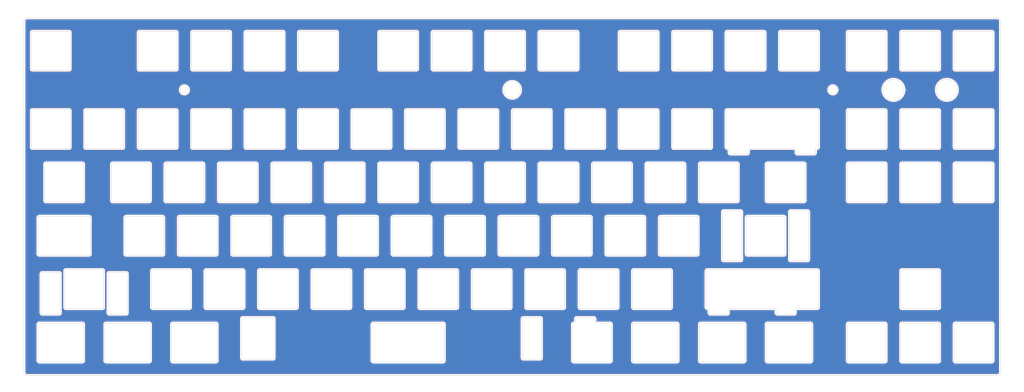
<source format=kicad_pcb>
(kicad_pcb (version 20240108) (generator "pcbnew") (generator_version "8.0")
  (layers (0 "F.Cu" signal) (31 "B.Cu" signal) (34 "B.Paste" user) (35 "F.Paste" user) (36 "B.SilkS" user "B.Silkscreen") (37 "F.SilkS" user "F.Silkscreen") (38 "B.Mask" user) (39 "F.Mask" user) (44 "Edge.Cuts" user))
  (net 0 "")
  (gr_arc (start 207.3125 116.6906) (mid 207.458934 116.337059) (end 207.8125 116.190635) (stroke (width 0.15)) (layer "Edge.Cuts"))
  (gr_line (start 82.6919 73.040635) (end 69.7 73.040635) (stroke (width 0.15)) (layer "Edge.Cuts"))
  (gr_arc (start 299.89375 110.6406) (mid 299.747294 110.994183) (end 299.397441 111.140635) (stroke (width 0.15)) (layer "Edge.Cuts"))
  (gr_arc (start 321.930635 31.6) (mid 322.077084 31.246459) (end 322.438762 31.1) (stroke (width 0.15)) (layer "Edge.Cuts"))
  (gr_line (start 360.030635 72.540635) (end 360.030635 59.5406) (stroke (width 0.15)) (layer "Edge.Cuts"))
  (gr_arc (start 235.6 72.5406) (mid 235.453541 72.894166) (end 235.0919 73.040635) (stroke (width 0.15)) (layer "Edge.Cuts"))
  (gr_line (start 44.5919 73.040635) (end 31.6 73.040635) (stroke (width 0.15)) (layer "Edge.Cuts"))
  (gr_arc (start 49.3625 78.090635) (mid 49.716041 78.237084) (end 49.8625 78.598762) (stroke (width 0.15)) (layer "Edge.Cuts"))
  (gr_line (start 43.006265 129.6906) (end 43.00625 129.6906) (stroke (width 0.15)) (layer "Edge.Cuts"))
  (gr_line (start 354.980635 31.608162) (end 354.980635 44.6) (stroke (width 0.15)) (layer "Edge.Cuts"))
  (gr_line (start 206.552918 133.240635) (end 212.5436 133.240635) (stroke (width 0.15)) (layer "Edge.Cuts"))
  (gr_arc (start 121.5875 97.6406) (mid 121.733934 97.287059) (end 122.0875 97.140635) (stroke (width 0.15)) (layer "Edge.Cuts"))
  (gr_arc (start 292.25 31.1) (mid 292.603553 31.246447) (end 292.75 31.6) (stroke (width 0.15)) (layer "Edge.Cuts"))
  (gr_line (start 341.4806 116.190635) (end 354.4806 116.190635) (stroke (width 0.15)) (layer "Edge.Cuts"))
  (gr_arc (start 29.575 153.924635) (mid 28.867881 153.631744) (end 28.575 152.924635) (stroke (width 0.15)) (layer "Edge.Cuts"))
  (gr_line (start 249.3794 111.140635) (end 236.3875 111.140635) (stroke (width 0.15)) (layer "Edge.Cuts"))
  (gr_arc (start 178.45 72.5406) (mid 178.303541 72.894166) (end 177.9419 73.040635) (stroke (width 0.15)) (layer "Edge.Cuts"))
  (gr_line (start 154.1294 111.140635) (end 141.1375 111.140635) (stroke (width 0.15)) (layer "Edge.Cuts"))
  (gr_arc (start 188.2625 116.6906) (mid 188.408934 116.337059) (end 188.7625 116.190635) (stroke (width 0.15)) (layer "Edge.Cuts"))
  (gr_line (start 360.030635 91.590635) (end 360.030635 78.5906) (stroke (width 0.15)) (layer "Edge.Cuts"))
  (gr_line (start 235.8875 110.640635) (end 235.8875 97.6406) (stroke (width 0.15)) (layer "Edge.Cuts"))
  (gr_line (start 111.2669 92.090635) (end 98.275 92.090635) (stroke (width 0.15)) (layer "Edge.Cuts"))
  (gr_line (start 64.15 59.548762) (end 64.15 72.5406) (stroke (width 0.15)) (layer "Edge.Cuts"))
  (gr_line (start 102.25 31.6) (end 102.25 44.6) (stroke (width 0.15)) (layer "Edge.Cuts"))
  (gr_line (start 340.980635 129.690635) (end 340.980635 116.6906) (stroke (width 0.15)) (layer "Edge.Cuts"))
  (gr_line (start 340.980635 91.590635) (end 340.980635 78.5906) (stroke (width 0.15)) (layer "Edge.Cuts"))
  (gr_line (start 213.04375 133.7407) (end 213.04375 147.7406) (stroke (width 0.15)) (layer "Edge.Cuts"))
  (gr_line (start 277.45575 95.6405) (end 277.45575 112.6406) (stroke (width 0.15)) (layer "Edge.Cuts"))
  (gr_line (start 183.5 72.540635) (end 183.5 59.5406) (stroke (width 0.15)) (layer "Edge.Cuts"))
  (gr_line (start 286.3938 111.140635) (end 299.397441 111.140635) (stroke (width 0.15)) (layer "Edge.Cuts"))
  (gr_arc (start 33.48125 97.6405) (mid 33.627681 97.287041) (end 33.990418 97.140635) (stroke (width 0.15)) (layer "Edge.Cuts"))
  (gr_line (start 192.7375 97.648762) (end 192.7375 110.6406) (stroke (width 0.15)) (layer "Edge.Cuts"))
  (gr_arc (start 335.930635 91.5906) (mid 335.784178 91.944178) (end 335.4306 92.090635) (stroke (width 0.15)) (layer "Edge.Cuts"))
  (gr_arc (start 28.575 27.416) (mid 28.867893 26.708893) (end 29.575 26.416) (stroke (width 0.15)) (layer "Edge.Cuts"))
  (gr_line (start 296.569265 131.6906) (end 296.56925 131.6906) (stroke (width 0.15)) (layer "Edge.Cuts"))
  (gr_arc (start 141.1375 111.140635) (mid 140.783934 110.994191) (end 140.6375 110.640635) (stroke (width 0.15)) (layer "Edge.Cuts"))
  (gr_arc (start 35.8625 78.5906) (mid 36.008934 78.237059) (end 36.3625 78.090635) (stroke (width 0.15)) (layer "Edge.Cuts"))
  (gr_line (start 223.98125 135.7406) (end 223.98125 148.7406) (stroke (width 0.15)) (layer "Edge.Cuts"))
  (gr_line (start 264.175 78.598762) (end 264.175 91.5906) (stroke (width 0.15)) (layer "Edge.Cuts"))
  (gr_arc (start 163.6625 116.190635) (mid 164.016041 116.337084) (end 164.1625 116.698762) (stroke (width 0.15)) (layer "Edge.Cuts"))
  (gr_line (start 360.538762 31.1) (end 373.5306 31.1) (stroke (width 0.15)) (layer "Edge.Cuts"))
  (gr_arc (start 184 73.040635) (mid 183.646434 72.894191) (end 183.5 72.540635) (stroke (width 0.15)) (layer "Edge.Cuts"))
  (gr_line (start 322.438762 31.1) (end 335.4306 31.1) (stroke (width 0.15)) (layer "Edge.Cuts"))
  (gr_line (start 116.5375 97.648762) (end 116.5375 110.6406) (stroke (width 0.15)) (layer "Edge.Cuts"))
  (gr_line (start 341.4806 59.040635) (end 354.4806 59.040635) (stroke (width 0.15)) (layer "Edge.Cuts"))
  (gr_line (start 41.064327 132.190635) (end 35.0683 132.190635) (stroke (width 0.15)) (layer "Edge.Cuts"))
  (gr_line (start 130.3169 92.090635) (end 117.325 92.090635) (stroke (width 0.15)) (layer "Edge.Cuts"))
  (gr_line (start 178.45 135.748762) (end 178.45 148.7406) (stroke (width 0.15)) (layer "Edge.Cuts"))
  (gr_arc (start 335.930635 148.7406) (mid 335.784178 149.094178) (end 335.4306 149.240635) (stroke (width 0.15)) (layer "Edge.Cuts"))
  (gr_line (start 239.8544 130.190635) (end 226.8625 130.190635) (stroke (width 0.15)) (layer "Edge.Cuts"))
  (gr_line (start 321.930635 148.740635) (end 321.930635 135.7406) (stroke (width 0.15)) (layer "Edge.Cuts"))
  (gr_arc (start 354.980635 129.6906) (mid 354.834178 130.044178) (end 354.4806 130.190635) (stroke (width 0.15)) (layer "Edge.Cuts"))
  (gr_arc (start 245.9125 149.240635) (mid 245.558934 149.094191) (end 245.4125 148.740635) (stroke (width 0.15)) (layer "Edge.Cuts"))
  (gr_line (start 51.739827 111.140635) (end 33.9813 111.140635) (stroke (width 0.15)) (layer "Edge.Cuts"))
  (gr_line (start 230.8375 97.648762) (end 230.8375 110.6406) (stroke (width 0.15)) (layer "Edge.Cuts"))
  (gr_line (start 52.24375 97.6407) (end 52.24375 110.6406) (stroke (width 0.15)) (layer "Edge.Cuts"))
  (gr_arc (start 41.56825 131.6906) (mid 41.421794 132.044183) (end 41.064327 132.190635) (stroke (width 0.15)) (layer "Edge.Cuts"))
  (gr_arc (start 178.45 148.7406) (mid 178.303541 149.094166) (end 177.9419 149.240635) (stroke (width 0.15)) (layer "Edge.Cuts"))
  (gr_arc (start 149.375 78.090635) (mid 149.728541 78.237084) (end 149.875 78.598762) (stroke (width 0.15)) (layer "Edge.Cuts"))
  (gr_line (start 285.89375 97.6406) (end 285.89375 110.6406) (stroke (width 0.15)) (layer "Edge.Cuts"))
  (gr_arc (start 33.48125 135.7405) (mid 33.627681 135.387041) (end 33.990418 135.240635) (stroke (width 0.15)) (layer "Edge.Cuts"))
  (gr_arc (start 340.980635 59.5406) (mid 341.127071 59.187071) (end 341.4806 59.040635) (stroke (width 0.15)) (layer "Edge.Cuts"))
  (gr_arc (start 311.3 31.1) (mid 311.653553 31.246447) (end 311.8 31.6) (stroke (width 0.15)) (layer "Edge.Cuts"))
  (gr_arc (start 31.6 45.1) (mid 31.246447 44.953553) (end 31.1 44.6) (stroke (width 0.15)) (layer "Edge.Cuts"))
  (gr_line (start 126.0625 116.698762) (end 126.0625 129.6906) (stroke (width 0.15)) (layer "Edge.Cuts"))
  (gr_line (start 169.7125 116.190635) (end 182.7125 116.190635) (stroke (width 0.15)) (layer "Edge.Cuts"))
  (gr_line (start 213.043665 133.7407) (end 213.04375 133.7407) (stroke (width 0.15)) (layer "Edge.Cuts"))
  (gr_line (start 96.9794 111.140635) (end 83.9875 111.140635) (stroke (width 0.15)) (layer "Edge.Cuts"))
  (gr_arc (start 254.65 44.6) (mid 254.503553 44.953553) (end 254.15 45.1) (stroke (width 0.15)) (layer "Edge.Cuts"))
  (gr_arc (start 360.030635 78.5906) (mid 360.177071 78.237071) (end 360.5306 78.090635) (stroke (width 0.15)) (layer "Edge.Cuts"))
  (gr_arc (start 225.1 134.7406) (mid 224.953541 135.094166) (end 224.5919 135.240635) (stroke (width 0.15)) (layer "Edge.Cuts"))
  (gr_arc (start 102.25 72.5406) (mid 102.103541 72.894166) (end 101.7419 73.040635) (stroke (width 0.15)) (layer "Edge.Cuts"))
  (gr_arc (start 206.525 78.090635) (mid 206.878541 78.237084) (end 207.025 78.598762) (stroke (width 0.15)) (layer "Edge.Cuts"))
  (gr_arc (start 69.7 45.1) (mid 69.346447 44.953553) (end 69.2 44.6) (stroke (width 0.15)) (layer "Edge.Cuts"))
  (gr_line (start 168.4169 92.090635) (end 155.425 92.090635) (stroke (width 0.15)) (layer "Edge.Cuts"))
  (gr_line (start 177.9419 149.240635) (end 153.0438 149.240635) (stroke (width 0.15)) (layer "Edge.Cuts"))
  (gr_arc (start 354.4806 31.1) (mid 354.834166 31.246459) (end 354.980635 31.608162) (stroke (width 0.15)) (layer "Edge.Cuts"))
  (gr_line (start 277.9558 113.140635) (end 283.959441 113.140635) (stroke (width 0.15)) (layer "Edge.Cuts"))
  (gr_line (start 272.69325 130.6907) (end 272.69325 131.6906) (stroke (width 0.15)) (layer "Edge.Cuts"))
  (gr_line (start 226.8625 116.190635) (end 239.8625 116.190635) (stroke (width 0.15)) (layer "Edge.Cuts"))
  (gr_line (start 340.980635 44.6) (end 340.980635 31.6) (stroke (width 0.15)) (layer "Edge.Cuts"))
  (gr_arc (start 230.3375 97.140635) (mid 230.691041 97.287084) (end 230.8375 97.648762) (stroke (width 0.15)) (layer "Edge.Cuts"))
  (gr_arc (start 212.075 78.5906) (mid 212.221434 78.237059) (end 212.575 78.090635) (stroke (width 0.15)) (layer "Edge.Cuts"))
  (gr_line (start 258.9044 130.190635) (end 245.9125 130.190635) (stroke (width 0.15)) (layer "Edge.Cuts"))
  (gr_arc (start 31.6 73.040635) (mid 31.246434 72.894191) (end 31.1 72.540635) (stroke (width 0.15)) (layer "Edge.Cuts"))
  (gr_line (start 97.4875 135.748762) (end 97.4875 148.7406) (stroke (width 0.15)) (layer "Edge.Cuts"))
  (gr_arc (start 64.4375 97.6406) (mid 64.583934 97.287059) (end 64.9375 97.140635) (stroke (width 0.15)) (layer "Edge.Cuts"))
  (gr_arc (start 121.3 72.5406) (mid 121.153541 72.894166) (end 120.7919 73.040635) (stroke (width 0.15)) (layer "Edge.Cuts"))
  (gr_line (start 225.1 133.7406) (end 225.1 134.7406) (stroke (width 0.15)) (layer "Edge.Cuts"))
  (gr_line (start 292.25 45.1) (end 279.25 45.1) (stroke (width 0.15)) (layer "Edge.Cuts"))
  (gr_line (start 230.3294 111.140635) (end 217.3375 111.140635) (stroke (width 0.15)) (layer "Edge.Cuts"))
  (gr_line (start 321.930635 91.590635) (end 321.930635 78.5906) (stroke (width 0.15)) (layer "Edge.Cuts"))
  (gr_arc (start 360.5306 73.040635) (mid 360.177047 72.894203) (end 360.030635 72.540635) (stroke (width 0.15)) (layer "Edge.Cuts"))
  (gr_arc (start 232.6 135.240635) (mid 232.246434 135.094191) (end 232.1 134.740635) (stroke (width 0.15)) (layer "Edge.Cuts"))
  (gr_line (start 303.56925 131.6906) (end 303.56925 130.6906) (stroke (width 0.15)) (layer "Edge.Cuts"))
  (gr_arc (start 73.9625 116.6906) (mid 74.108934 116.337059) (end 74.4625 116.190635) (stroke (width 0.15)) (layer "Edge.Cuts"))
  (gr_arc (start 45.1 72.5406) (mid 44.953541 72.894166) (end 44.5919 73.040635) (stroke (width 0.15)) (layer "Edge.Cuts"))
  (gr_line (start 231.625 78.090635) (end 244.625 78.090635) (stroke (width 0.15)) (layer "Edge.Cuts"))
  (gr_line (start 141.1375 97.140635) (end 154.1375 97.140635) (stroke (width 0.15)) (layer "Edge.Cuts"))
  (gr_arc (start 239.8625 116.190635) (mid 240.216041 116.337084) (end 240.3625 116.698762) (stroke (width 0.15)) (layer "Edge.Cuts"))
  (gr_line (start 77.9294 111.140635) (end 64.9375 111.140635) (stroke (width 0.15)) (layer "Edge.Cuts"))
  (gr_line (start 168.925 78.598762) (end 168.925 91.5906) (stroke (width 0.15)) (layer "Edge.Cuts"))
  (gr_arc (start 169.2125 116.6906) (mid 169.358934 116.337059) (end 169.7125 116.190635) (stroke (width 0.15)) (layer "Edge.Cuts"))
  (gr_arc (start 152.54375 135.7405) (mid 152.690181 135.387041) (end 153.052918 135.240635) (stroke (width 0.15)) (layer "Edge.Cuts"))
  (gr_line (start 34.56825 131.6906) (end 34.56825 117.6905) (stroke (width 0.15)) (layer "Edge.Cuts"))
  (gr_line (start 136.375 78.090635) (end 149.375 78.090635) (stroke (width 0.15)) (layer "Edge.Cuts"))
  (gr_arc (start 255.4375 111.140635) (mid 255.083934 110.994191) (end 254.9375 110.640635) (stroke (width 0.15)) (layer "Edge.Cuts"))
  (gr_arc (start 374.030635 72.5406) (mid 373.884178 72.894178) (end 373.5306 73.040635) (stroke (width 0.15)) (layer "Edge.Cuts"))
  (gr_arc (start 64.9375 111.140635) (mid 64.583934 110.994191) (end 64.4375 110.640635) (stroke (width 0.15)) (layer "Edge.Cuts"))
  (gr_line (start 374.030635 31.608162) (end 374.030635 44.6) (stroke (width 0.15)) (layer "Edge.Cuts"))
  (gr_arc (start 212.575 45.1) (mid 212.221447 44.953553) (end 212.075 44.6) (stroke (width 0.15)) (layer "Edge.Cuts"))
  (gr_arc (start 101.75 59.040635) (mid 102.103541 59.187084) (end 102.25 59.548762) (stroke (width 0.15)) (layer "Edge.Cuts"))
  (gr_line (start 149.875 78.598762) (end 149.875 91.5906) (stroke (width 0.15)) (layer "Edge.Cuts"))
  (gr_arc (start 322.4306 92.090635) (mid 322.077047 91.944203) (end 321.930635 91.590635) (stroke (width 0.15)) (layer "Edge.Cuts"))
  (gr_line (start 335.430635 45.1) (end 322.4306 45.1) (stroke (width 0.15)) (layer "Edge.Cuts"))
  (gr_arc (start 73.175 78.090635) (mid 73.528541 78.237084) (end 73.675 78.598762) (stroke (width 0.15)) (layer "Edge.Cuts"))
  (gr_arc (start 226.075 91.5906) (mid 225.928541 91.944166) (end 225.5669 92.090635) (stroke (width 0.15)) (layer "Edge.Cuts"))
  (gr_line (start 303.2129 73.040635) (end 287.337 73.040635) (stroke (width 0.15)) (layer "Edge.Cuts"))
  (gr_arc (start 235.1 59.040635) (mid 235.453541 59.187084) (end 235.6 59.548762) (stroke (width 0.15)) (layer "Edge.Cuts"))
  (gr_line (start 245.125 78.598762) (end 245.125 91.5906) (stroke (width 0.15)) (layer "Edge.Cuts"))
  (gr_arc (start 52.24375 110.6406) (mid 52.097294 110.994183) (end 51.739827 111.140635) (stroke (width 0.15)) (layer "Edge.Cuts"))
  (gr_line (start 373.5306 149.240635) (end 360.5306 149.240635) (stroke (width 0.15)) (layer "Edge.Cuts"))
  (gr_line (start 296.569165 130.6907) (end 296.56925 130.6907) (stroke (width 0.15)) (layer "Edge.Cuts"))
  (gr_line (start 240.65 72.540635) (end 240.65 59.5406) (stroke (width 0.15)) (layer "Edge.Cuts"))
  (gr_arc (start 206.525 31.1) (mid 206.878553 31.246447) (end 207.025 31.6) (stroke (width 0.15)) (layer "Edge.Cuts"))
  (gr_line (start 159.6875 110.640635) (end 159.6875 97.6406) (stroke (width 0.15)) (layer "Edge.Cuts"))
  (gr_line (start 58.44425 131.6906) (end 58.44425 117.6905) (stroke (width 0.15)) (layer "Edge.Cuts"))
  (gr_arc (start 322.4306 73.040635) (mid 322.077047 72.894203) (end 321.930635 72.540635) (stroke (width 0.15)) (layer "Edge.Cuts"))
  (gr_arc (start 277.9558 113.140635) (mid 277.602217 112.994173) (end 277.455765 112.6406) (stroke (width 0.15)) (layer "Edge.Cuts"))
  (gr_arc (start 311.3 59.040635) (mid 311.653541 59.187084) (end 311.8 59.548762) (stroke (width 0.15)) (layer "Edge.Cuts"))
  (gr_line (start 308.331665 95.6407) (end 308.33175 95.6407) (stroke (width 0.15)) (layer "Edge.Cuts"))
  (gr_line (start 285.893765 110.6406) (end 285.89375 110.6406) (stroke (width 0.15)) (layer "Edge.Cuts"))
  (gr_arc (start 271.60625 116.6906) (mid 271.752681 116.337041) (end 272.096982 116.190635) (stroke (width 0.15)) (layer "Edge.Cuts"))
  (gr_arc (start 83.2 72.5406) (mid 83.053541 72.894166) (end 82.6919 73.040635) (stroke (width 0.15)) (layer "Edge.Cuts"))
  (gr_line (start 78.725 91.590635) (end 78.725 78.5906) (stroke (width 0.15)) (layer "Edge.Cuts"))
  (gr_line (start 107.3 44.6) (end 107.3 31.6) (stroke (width 0.15)) (layer "Edge.Cuts"))
  (gr_line (start 335.930635 31.608162) (end 335.930635 44.6) (stroke (width 0.15)) (layer "Edge.Cuts"))
  (gr_line (start 182.7044 130.190635) (end 169.7125 130.190635) (stroke (width 0.15)) (layer "Edge.Cuts"))
  (gr_arc (start 182.7125 116.190635) (mid 183.066041 116.337084) (end 183.2125 116.698762) (stroke (width 0.15)) (layer "Edge.Cuts"))
  (gr_arc (start 145.1125 129.6906) (mid 144.966041 130.044166) (end 144.6044 130.190635) (stroke (width 0.15)) (layer "Edge.Cuts"))
  (gr_line (start 145.4 72.540635) (end 145.4 59.5406) (stroke (width 0.15)) (layer "Edge.Cuts"))
  (gr_line (start 197.5 59.548762) (end 197.5 72.5405) (stroke (width 0.15)) (layer "Edge.Cuts"))
  (gr_line (start 376.555635 152.9246) (end 376.555635 27.404698) (stroke (width 0.15)) (layer "Edge.Cuts"))
  (gr_arc (start 140.35 44.6) (mid 140.203553 44.953553) (end 139.85 45.1) (stroke (width 0.15)) (layer "Edge.Cuts"))
  (gr_line (start 335.4306 73.040635) (end 322.4306 73.040635) (stroke (width 0.15)) (layer "Edge.Cuts"))
  (gr_arc (start 222.1 73.040635) (mid 221.746434 72.894191) (end 221.6 72.540635) (stroke (width 0.15)) (layer "Edge.Cuts"))
  (gr_arc (start 35.0683 132.190635) (mid 34.714717 132.044173) (end 34.568265 131.6906) (stroke (width 0.15)) (layer "Edge.Cuts"))
  (gr_line (start 306.5294 92.090635) (end 293.5375 92.090635) (stroke (width 0.15)) (layer "Edge.Cuts"))
  (gr_line (start 97.4875 97.648762) (end 97.4875 110.6406) (stroke (width 0.15)) (layer "Edge.Cuts"))
  (gr_line (start 154.925 44.6) (end 154.925 31.6) (stroke (width 0.15)) (layer "Edge.Cuts"))
  (gr_line (start 73.9625 129.690635) (end 73.9625 116.6906) (stroke (width 0.15)) (layer "Edge.Cuts"))
  (gr_line (start 122.0875 97.140635) (end 135.0875 97.140635) (stroke (width 0.15)) (layer "Edge.Cuts"))
  (gr_line (start 307.0375 78.598762) (end 307.0375 91.5906) (stroke (width 0.15)) (layer "Edge.Cuts"))
  (gr_circle (center 338.455635 52.070318) (end 342.265635 52.070318) (stroke (width 0.15)) (fill none) (layer "Edge.Cuts"))
  (gr_line (start 192.2294 111.140635) (end 179.2375 111.140635) (stroke (width 0.15)) (layer "Edge.Cuts"))
  (gr_arc (start 81.6063 149.240635) (mid 81.252717 149.094173) (end 81.106265 148.7406) (stroke (width 0.15)) (layer "Edge.Cuts"))
  (gr_line (start 34.568265 131.6906) (end 34.56825 131.6906) (stroke (width 0.15)) (layer "Edge.Cuts"))
  (gr_arc (start 112.5625 130.190635) (mid 112.208934 130.044191) (end 112.0625 129.690635) (stroke (width 0.15)) (layer "Edge.Cuts"))
  (gr_arc (start 335.4306 135.240635) (mid 335.784153 135.387096) (end 335.930635 135.746177) (stroke (width 0.15)) (layer "Edge.Cuts"))
  (gr_arc (start 125.5625 116.190635) (mid 125.916041 116.337084) (end 126.0625 116.698762) (stroke (width 0.15)) (layer "Edge.Cuts"))
  (gr_line (start 201.7544 130.190635) (end 188.7625 130.190635) (stroke (width 0.15)) (layer "Edge.Cuts"))
  (gr_arc (start 34.56825 117.6905) (mid 34.714681 117.337041) (end 35.077418 117.190635) (stroke (width 0.15)) (layer "Edge.Cuts"))
  (gr_line (start 237.4812 135.240635) (end 232.6 135.240635) (stroke (width 0.15)) (layer "Edge.Cuts"))
  (gr_arc (start 259.4125 129.6906) (mid 259.266041 130.044166) (end 258.9044 130.190635) (stroke (width 0.15)) (layer "Edge.Cuts"))
  (gr_arc (start 111.775 91.5906) (mid 111.628541 91.944166) (end 111.2669 92.090635) (stroke (width 0.15)) (layer "Edge.Cuts"))
  (gr_line (start 112.5625 116.190635) (end 125.5625 116.190635) (stroke (width 0.15)) (layer "Edge.Cuts"))
  (gr_line (start 273.7 59.548762) (end 273.7 72.5406) (stroke (width 0.15)) (layer "Edge.Cuts"))
  (gr_line (start 269.225 91.590635) (end 269.225 78.5906) (stroke (width 0.15)) (layer "Edge.Cuts"))
  (gr_line (start 106.552918 133.240635) (end 117.3 133.240635) (stroke (width 0.15)) (layer "Edge.Cuts"))
  (gr_line (start 260.2 31.1) (end 273.2 31.1) (stroke (width 0.15)) (layer "Edge.Cuts"))
  (gr_arc (start 49.8625 148.7406) (mid 49.716041 149.094166) (end 49.3544 149.240635) (stroke (width 0.15)) (layer "Edge.Cuts"))
  (gr_arc (start 286.837 74.5406) (mid 286.690541 74.894166) (end 286.3289 75.040635) (stroke (width 0.15)) (layer "Edge.Cuts"))
  (gr_line (start 202.55 72.540635) (end 202.55 59.5406) (stroke (width 0.15)) (layer "Edge.Cuts"))
  (gr_arc (start 36.3625 92.090635) (mid 36.008934 91.944191) (end 35.8625 91.590635) (stroke (width 0.15)) (layer "Edge.Cuts"))
  (gr_arc (start 269.225 78.5906) (mid 269.371434 78.237059) (end 269.725 78.090635) (stroke (width 0.15)) (layer "Edge.Cuts"))
  (gr_line (start 354.4806 73.040635) (end 341.4806 73.040635) (stroke (width 0.15)) (layer "Edge.Cuts"))
  (gr_line (start 168.925 31.6) (end 168.925 44.6) (stroke (width 0.15)) (layer "Edge.Cuts"))
  (gr_arc (start 144.6125 116.190635) (mid 144.966041 116.337084) (end 145.1125 116.698762) (stroke (width 0.15)) (layer "Edge.Cuts"))
  (gr_arc (start 307.8316 95.140635) (mid 308.185259 95.287101) (end 308.331665 95.6407) (stroke (width 0.15)) (layer "Edge.Cuts"))
  (gr_line (start 301.8318 113.140635) (end 307.835573 113.140635) (stroke (width 0.15)) (layer "Edge.Cuts"))
  (gr_line (start 187.975 31.6) (end 187.975 44.6) (stroke (width 0.15)) (layer "Edge.Cuts"))
  (gr_arc (start 59.675 78.5906) (mid 59.821434 78.237059) (end 60.175 78.090635) (stroke (width 0.15)) (layer "Edge.Cuts"))
  (gr_line (start 354.4806 130.190635) (end 341.4806 130.190635) (stroke (width 0.15)) (layer "Edge.Cuts"))
  (gr_line (start 269.725 149.240635) (end 285.109941 149.240635) (stroke (width 0.15)) (layer "Edge.Cuts"))
  (gr_arc (start 187.975 91.5906) (mid 187.828541 91.944166) (end 187.4669 92.090635) (stroke (width 0.15)) (layer "Edge.Cuts"))
  (gr_arc (start 187.975 44.6) (mid 187.828553 44.953553) (end 187.475 45.1) (stroke (width 0.15)) (layer "Edge.Cuts"))
  (gr_line (start 223.981265 148.7406) (end 223.98125 148.7406) (stroke (width 0.15)) (layer "Edge.Cuts"))
  (gr_arc (start 254.65 72.5406) (mid 254.503541 72.894166) (end 254.1419 73.040635) (stroke (width 0.15)) (layer "Edge.Cuts"))
  (gr_line (start 83.4875 110.640635) (end 83.4875 97.6406) (stroke (width 0.15)) (layer "Edge.Cuts"))
  (gr_line (start 139.85 45.1) (end 126.85 45.1) (stroke (width 0.15)) (layer "Edge.Cuts"))
  (gr_line (start 98.275 78.090635) (end 111.275 78.090635) (stroke (width 0.15)) (layer "Edge.Cuts"))
  (gr_arc (start 107.8 73.040635) (mid 107.446434 72.894191) (end 107.3 72.540635) (stroke (width 0.15)) (layer "Edge.Cuts"))
  (gr_arc (start 174.475 92.090635) (mid 174.121434 91.944191) (end 173.975 91.590635) (stroke (width 0.15)) (layer "Edge.Cuts"))
  (gr_line (start 154.925 91.590635) (end 154.925 78.5906) (stroke (width 0.15)) (layer "Edge.Cuts"))
  (gr_arc (start 140.35 72.5406) (mid 140.203541 72.894166) (end 139.8419 73.040635) (stroke (width 0.15)) (layer "Edge.Cuts"))
  (gr_line (start 117.325 78.090635) (end 130.325 78.090635) (stroke (width 0.15)) (layer "Edge.Cuts"))
  (gr_line (start 354.980635 59.546177) (end 354.980635 72.5406) (stroke (width 0.15)) (layer "Edge.Cuts"))
  (gr_arc (start 98.275 92.090635) (mid 97.921434 91.944191) (end 97.775 91.590635) (stroke (width 0.15)) (layer "Edge.Cuts"))
  (gr_arc (start 360.030635 135.7406) (mid 360.177071 135.387071) (end 360.5306 135.240635) (stroke (width 0.15)) (layer "Edge.Cuts"))
  (gr_line (start 311.8 129.6906) (end 311.8 116.682638) (stroke (width 0.15)) (layer "Edge.Cuts"))
  (gr_line (start 135.875 91.590635) (end 135.875 78.5906) (stroke (width 0.15)) (layer "Edge.Cuts"))
  (gr_arc (start 117.3 133.240635) (mid 117.653541 133.387084) (end 117.8 133.748762) (stroke (width 0.15)) (layer "Edge.Cuts"))
  (gr_line (start 299.3937 97.140635) (end 286.384482 97.140635) (stroke (width 0.15)) (layer "Edge.Cuts"))
  (gr_line (start 173.975 44.6) (end 173.975 31.6) (stroke (width 0.15)) (layer "Edge.Cuts"))
  (gr_line (start 44.6 45.1) (end 31.6 45.1) (stroke (width 0.15)) (layer "Edge.Cuts"))
  (gr_line (start 28.575 27.416) (end 28.575 152.924635) (stroke (width 0.15)) (layer "Edge.Cuts"))
  (gr_line (start 271.606265 129.6906) (end 271.60625 129.6906) (stroke (width 0.15)) (layer "Edge.Cuts"))
  (gr_line (start 311.3 116.190635) (end 272.096982 116.190635) (stroke (width 0.15)) (layer "Edge.Cuts"))
  (gr_arc (start 260.2 45.1) (mid 259.846447 44.953553) (end 259.7 44.6) (stroke (width 0.15)) (layer "Edge.Cuts"))
  (gr_arc (start 278.75 31.6) (mid 278.896447 31.246447) (end 279.25 31.1) (stroke (width 0.15)) (layer "Edge.Cuts"))
  (gr_arc (start 50.15 59.5406) (mid 50.296434 59.187059) (end 50.65 59.040635) (stroke (width 0.15)) (layer "Edge.Cuts"))
  (gr_arc (start 245.4125 135.7406) (mid 245.558934 135.387059) (end 245.9125 135.240635) (stroke (width 0.15)) (layer "Edge.Cuts"))
  (gr_line (start 106.5044 130.190635) (end 93.5125 130.190635) (stroke (width 0.15)) (layer "Edge.Cuts"))
  (gr_line (start 78.4375 97.648762) (end 78.4375 110.6406) (stroke (width 0.15)) (layer "Edge.Cuts"))
  (gr_arc (start 213.04375 147.7406) (mid 212.897294 148.094183) (end 212.539827 148.240635) (stroke (width 0.15)) (layer "Edge.Cuts"))
  (gr_line (start 41.56825 117.6907) (end 41.56825 131.6906) (stroke (width 0.15)) (layer "Edge.Cuts"))
  (gr_arc (start 183.5 59.5406) (mid 183.646434 59.187059) (end 184 59.040635) (stroke (width 0.15)) (layer "Edge.Cuts"))
  (gr_arc (start 88.25 31.6) (mid 88.396447 31.246447) (end 88.75 31.1) (stroke (width 0.15)) (layer "Edge.Cuts"))
  (gr_line (start 35.8625 91.590635) (end 35.8625 78.5906) (stroke (width 0.15)) (layer "Edge.Cuts"))
  (gr_line (start 310.2049 75.040635) (end 304.213 75.040635) (stroke (width 0.15)) (layer "Edge.Cuts"))
  (gr_line (start 322.4306 59.040635) (end 335.4306 59.040635) (stroke (width 0.15)) (layer "Edge.Cuts"))
  (gr_arc (start 88.25 59.5406) (mid 88.396434 59.187059) (end 88.75 59.040635) (stroke (width 0.15)) (layer "Edge.Cuts"))
  (gr_line (start 57.293765 148.7406) (end 57.29375 148.7406) (stroke (width 0.15)) (layer "Edge.Cuts"))
  (gr_line (start 33.48125 110.6406) (end 33.48125 97.6405) (stroke (width 0.15)) (layer "Edge.Cuts"))
  (gr_arc (start 225.575 31.1) (mid 225.928553 31.246447) (end 226.075 31.6) (stroke (width 0.15)) (layer "Edge.Cuts"))
  (gr_arc (start 231.125 78.5906) (mid 231.271434 78.237059) (end 231.625 78.090635) (stroke (width 0.15)) (layer "Edge.Cuts"))
  (gr_line (start 60.175 78.090635) (end 73.175 78.090635) (stroke (width 0.15)) (layer "Edge.Cuts"))
  (gr_line (start 293.5375 149.240635) (end 308.922441 149.240635) (stroke (width 0.15)) (layer "Edge.Cuts"))
  (gr_arc (start 135.875 78.5906) (mid 136.021434 78.237059) (end 136.375 78.090635) (stroke (width 0.15)) (layer "Edge.Cuts"))
  (gr_line (start 285.60625 148.7406) (end 285.60625 135.7407) (stroke (width 0.15)) (layer "Edge.Cuts"))
  (gr_arc (start 173.1875 97.140635) (mid 173.541041 97.287084) (end 173.6875 97.648762) (stroke (width 0.15)) (layer "Edge.Cuts"))
  (gr_line (start 154.6375 97.648762) (end 154.6375 110.6406) (stroke (width 0.15)) (layer "Edge.Cuts"))
  (gr_line (start 226.3625 129.690635) (end 226.3625 116.6906) (stroke (width 0.15)) (layer "Edge.Cuts"))
  (gr_line (start 354.980635 135.746177) (end 354.980635 148.7406) (stroke (width 0.15)) (layer "Edge.Cuts"))
  (gr_line (start 373.530635 45.1) (end 360.5306 45.1) (stroke (width 0.15)) (layer "Edge.Cuts"))
  (gr_line (start 241.15 59.040635) (end 254.15 59.040635) (stroke (width 0.15)) (layer "Edge.Cuts"))
  (gr_line (start 240.3625 116.698762) (end 240.3625 129.6906) (stroke (width 0.15)) (layer "Edge.Cuts"))
  (gr_arc (start 309.41875 148.7406) (mid 309.272294 149.094183) (end 308.922441 149.240635) (stroke (width 0.15)) (layer "Edge.Cuts"))
  (gr_arc (start 308.33175 112.6406) (mid 308.185294 112.994183) (end 307.835573 113.140635) (stroke (width 0.15)) (layer "Edge.Cuts"))
  (gr_arc (start 321.930635 135.7406) (mid 322.077071 135.387071) (end 322.4306 135.240635) (stroke (width 0.15)) (layer "Edge.Cuts"))
  (gr_line (start 126.85 59.040635) (end 139.85 59.040635) (stroke (width 0.15)) (layer "Edge.Cuts"))
  (gr_line (start 216.55 59.548762) (end 216.55 72.5406) (stroke (width 0.15)) (layer "Edge.Cuts"))
  (gr_arc (start 78.725 78.5906) (mid 78.871434 78.237059) (end 79.225 78.090635) (stroke (width 0.15)) (layer "Edge.Cuts"))
  (gr_arc (start 212.075 31.6) (mid 212.221447 31.246447) (end 212.575 31.1) (stroke (width 0.15)) (layer "Edge.Cuts"))
  (gr_line (start 280.202418 130.190635) (end 296.0692 130.190635) (stroke (width 0.15)) (layer "Edge.Cuts"))
  (gr_arc (start 354.980635 72.5406) (mid 354.834178 72.894178) (end 354.4806 73.040635) (stroke (width 0.15)) (layer "Edge.Cuts"))
  (gr_circle (center 85.725 52.070318) (end 87.249 52.070318) (stroke (width 0.15)) (fill none) (layer "Edge.Cuts"))
  (gr_line (start 279.69325 131.6906) (end 279.69325 130.6906) (stroke (width 0.15)) (layer "Edge.Cuts"))
  (gr_line (start 298.3 31.1) (end 311.3 31.1) (stroke (width 0.15)) (layer "Edge.Cuts"))
  (gr_line (start 152.54375 148.7406) (end 152.54375 135.7405) (stroke (width 0.15)) (layer "Edge.Cuts"))
  (gr_arc (start 193.525 92.090635) (mid 193.171434 91.944191) (end 193.025 91.590635) (stroke (width 0.15)) (layer "Edge.Cuts"))
  (gr_arc (start 168.425 31.1) (mid 168.778553 31.246447) (end 168.925 31.6) (stroke (width 0.15)) (layer "Edge.Cuts"))
  (gr_arc (start 272.1063 130.190635) (mid 271.752717 130.044173) (end 271.606265 129.6906) (stroke (width 0.15)) (layer "Edge.Cuts"))
  (gr_arc (start 154.1375 97.140635) (mid 154.491041 97.287084) (end 154.6375 97.648762) (stroke (width 0.15)) (layer "Edge.Cuts"))
  (gr_arc (start 50.65 73.040635) (mid 50.296434 72.894191) (end 50.15 72.540635) (stroke (width 0.15)) (layer "Edge.Cuts"))
  (gr_line (start 116.0294 111.140635) (end 103.0375 111.140635) (stroke (width 0.15)) (layer "Edge.Cuts"))
  (gr_arc (start 130.825 91.5906) (mid 130.678541 91.944166) (end 130.3169 92.090635) (stroke (width 0.15)) (layer "Edge.Cuts"))
  (gr_line (start 56.502327 130.190635) (end 43.5063 130.190635) (stroke (width 0.15)) (layer "Edge.Cuts"))
  (gr_line (start 273.7 31.6) (end 273.7 44.6) (stroke (width 0.15)) (layer "Edge.Cuts"))
  (gr_line (start 272.693265 131.6906) (end 272.69325 131.6906) (stroke (width 0.15)) (layer "Edge.Cuts"))
  (gr_arc (start 74.4625 130.190635) (mid 74.108934 130.044191) (end 73.9625 129.690635) (stroke (width 0.15)) (layer "Edge.Cuts"))
  (gr_line (start 187.975 78.598762) (end 187.975 91.5906) (stroke (width 0.15)) (layer "Edge.Cuts"))
  (gr_line (start 155.425 78.090635) (end 168.425 78.090635) (stroke (width 0.15)) (layer "Edge.Cuts"))
  (gr_arc (start 310.713 73.5406) (mid 310.859434 73.187059) (end 311.213 73.040635) (stroke (width 0.15)) (layer "Edge.Cuts"))
  (gr_arc (start 244.625 78.090635) (mid 244.978541 78.237084) (end 245.125 78.598762) (stroke (width 0.15)) (layer "Edge.Cuts"))
  (gr_arc (start 340.980635 31.6) (mid 341.127084 31.246459) (end 341.488762 31.1) (stroke (width 0.15)) (layer "Edge.Cuts"))
  (gr_arc (start 273.7 44.6) (mid 273.553553 44.953553) (end 273.2 45.1) (stroke (width 0.15)) (layer "Edge.Cuts"))
  (gr_line (start 216.0419 73.040635) (end 203.05 73.040635) (stroke (width 0.15)) (layer "Edge.Cuts"))
  (gr_line (start 272.1063 130.190635) (end 272.1932 130.190635) (stroke (width 0.15)) (layer "Edge.Cuts"))
  (gr_arc (start 249.8875 110.6406) (mid 249.741041 110.994166) (end 249.3794 111.140635) (stroke (width 0.15)) (layer "Edge.Cuts"))
  (gr_arc (start 43.00625 116.6905) (mid 43.152681 116.337041) (end 43.515418 116.190635) (stroke (width 0.15)) (layer "Edge.Cuts"))
  (gr_arc (start 139.85 31.1) (mid 140.203553 31.246447) (end 140.35 31.6) (stroke (width 0.15)) (layer "Edge.Cuts"))
  (gr_arc (start 58.9443 132.190635) (mid 58.590717 132.044173) (end 58.444265 131.6906) (stroke (width 0.15)) (layer "Edge.Cuts"))
  (gr_arc (start 273.7 72.5406) (mid 273.553541 72.894166) (end 273.1919 73.040635) (stroke (width 0.15)) (layer "Edge.Cuts"))
  (gr_line (start 340.980635 148.740635) (end 340.980635 135.7406) (stroke (width 0.15)) (layer "Edge.Cuts"))
  (gr_line (start 164.95 59.040635) (end 177.95 59.040635) (stroke (width 0.15)) (layer "Edge.Cuts"))
  (gr_arc (start 216.8375 97.6406) (mid 216.983934 97.287059) (end 217.3375 97.140635) (stroke (width 0.15)) (layer "Edge.Cuts"))
  (gr_arc (start 93.5125 130.190635) (mid 93.158934 130.044191) (end 93.0125 129.690635) (stroke (width 0.15)) (layer "Edge.Cuts"))
  (gr_arc (start 197 59.040635) (mid 197.353541 59.187084) (end 197.5 59.548762) (stroke (width 0.15)) (layer "Edge.Cuts"))
  (gr_arc (start 254.15 31.1) (mid 254.503553 31.246447) (end 254.65 31.6) (stroke (width 0.15)) (layer "Edge.Cuts"))
  (gr_arc (start 241.15 73.040635) (mid 240.796434 72.894191) (end 240.65 72.540635) (stroke (width 0.15)) (layer "Edge.Cuts"))
  (gr_arc (start 202.55 59.5406) (mid 202.696434 59.187059) (end 203.05 59.040635) (stroke (width 0.15)) (layer "Edge.Cuts"))
  (gr_arc (start 268.9375 110.6405) (mid 268.791041 110.994166) (end 268.4454 111.140635) (stroke (width 0.15)) (layer "Edge.Cuts"))
  (gr_line (start 236.3875 97.140635) (end 249.3875 97.140635) (stroke (width 0.15)) (layer "Edge.Cuts"))
  (gr_arc (start 41.0681 117.190635) (mid 41.421759 117.337101) (end 41.568165 117.6907) (stroke (width 0.15)) (layer "Edge.Cuts"))
  (gr_line (start 311.8 31.6) (end 311.8 44.6) (stroke (width 0.15)) (layer "Edge.Cuts"))
  (gr_line (start 57.802918 135.240635) (end 73.175 135.240635) (stroke (width 0.15)) (layer "Edge.Cuts"))
  (gr_line (start 81.10625 148.7406) (end 81.10625 135.7405) (stroke (width 0.15)) (layer "Edge.Cuts"))
  (gr_arc (start 211.2875 97.140635) (mid 211.641041 97.287084) (end 211.7875 97.648762) (stroke (width 0.15)) (layer "Edge.Cuts"))
  (gr_arc (start 120.8 59.040635) (mid 121.153541 59.187084) (end 121.3 59.548762) (stroke (width 0.15)) (layer "Edge.Cuts"))
  (gr_arc (start 268.4375 97.140635) (mid 268.791041 97.287084) (end 268.9375 97.632638) (stroke (width 0.15)) (layer "Edge.Cuts"))
  (gr_arc (start 360.5306 149.240635) (mid 360.177047 149.094203) (end 360.030635 148.740635) (stroke (width 0.15)) (layer "Edge.Cuts"))
  (gr_arc (start 83.9875 111.140635) (mid 83.633934 110.994191) (end 83.4875 110.640635) (stroke (width 0.15)) (layer "Edge.Cuts"))
  (gr_arc (start 183.2125 129.6906) (mid 183.066041 130.044166) (end 182.7044 130.190635) (stroke (width 0.15)) (layer "Edge.Cuts"))
  (gr_arc (start 236.3875 111.140635) (mid 236.033934 110.994191) (end 235.8875 110.640635) (stroke (width 0.15)) (layer "Edge.Cuts"))
  (gr_arc (start 164.1625 129.6906) (mid 164.016041 130.044166) (end 163.6544 130.190635) (stroke (width 0.15)) (layer "Edge.Cuts"))
  (gr_arc (start 64.9441 117.190635) (mid 65.297759 117.337101) (end 65.444165 117.6907) (stroke (width 0.15)) (layer "Edge.Cuts"))
  (gr_arc (start 279.25 45.1) (mid 278.896447 44.953553) (end 278.75 44.6) (stroke (width 0.15)) (layer "Edge.Cuts"))
  (gr_arc (start 376.555635 152.9246) (mid 376.262732 153.631732) (end 375.5556 153.924635) (stroke (width 0.15)) (layer "Edge.Cuts"))
  (gr_line (start 29.575 153.924635) (end 375.5556 153.924635) (stroke (width 0.15)) (layer "Edge.Cuts"))
  (gr_arc (start 92.225 78.090635) (mid 92.578541 78.237084) (end 92.725 78.598762) (stroke (width 0.15)) (layer "Edge.Cuts"))
  (gr_arc (start 193.025 31.6) (mid 193.171447 31.246447) (end 193.525 31.1) (stroke (width 0.15)) (layer "Edge.Cuts"))
  (gr_arc (start 245.9125 130.190635) (mid 245.558934 130.044191) (end 245.4125 129.690635) (stroke (width 0.15)) (layer "Edge.Cuts"))
  (gr_line (start 135.0794 111.140635) (end 122.0875 111.140635) (stroke (width 0.15)) (layer "Edge.Cuts"))
  (gr_arc (start 298.3 45.1) (mid 297.946447 44.953553) (end 297.8 44.6) (stroke (width 0.15)) (layer "Edge.Cuts"))
  (gr_line (start 232.1 134.740635) (end 232.1 133.732638) (stroke (width 0.15)) (layer "Edge.Cuts"))
  (gr_arc (start 360.030635 31.6) (mid 360.177084 31.246459) (end 360.538762 31.1) (stroke (width 0.15)) (layer "Edge.Cuts"))
  (gr_line (start 283.225 78.598762) (end 283.225 91.5906) (stroke (width 0.15)) (layer "Edge.Cuts"))
  (gr_arc (start 154.925 78.5906) (mid 155.071434 78.237059) (end 155.425 78.090635) (stroke (width 0.15)) (layer "Edge.Cuts"))
  (gr_arc (start 310.713 74.5406) (mid 310.566541 74.894166) (end 310.2049 75.040635) (stroke (width 0.15)) (layer "Edge.Cuts"))
  (gr_arc (start 272.1932 130.190635) (mid 272.546759 130.337101) (end 272.693165 130.6907) (stroke (width 0.15)) (layer "Edge.Cuts"))
  (gr_arc (start 279.25 73.040635) (mid 278.896434 72.894191) (end 278.75 72.540635) (stroke (width 0.15)) (layer "Edge.Cuts"))
  (gr_arc (start 81.10625 135.7405) (mid 81.252681 135.387041) (end 81.615418 135.240635) (stroke (width 0.15)) (layer "Edge.Cuts"))
  (gr_arc (start 341.4806 45.1) (mid 341.127059 44.953566) (end 340.980635 44.6) (stroke (width 0.15)) (layer "Edge.Cuts"))
  (gr_arc (start 311.8 44.6) (mid 311.653553 44.953553) (end 311.3 45.1) (stroke (width 0.15)) (layer "Edge.Cuts"))
  (gr_line (start 360.030635 44.6) (end 360.030635 31.6) (stroke (width 0.15)) (layer "Edge.Cuts"))
  (gr_arc (start 221.3125 129.6906) (mid 221.166041 130.044166) (end 220.8044 130.190635) (stroke (width 0.15)) (layer "Edge.Cuts"))
  (gr_arc (start 164.95 73.040635) (mid 164.596434 72.894191) (end 164.45 72.540635) (stroke (width 0.15)) (layer "Edge.Cuts"))
  (gr_arc (start 230.8375 110.6406) (mid 230.691041 110.994166) (end 230.3294 111.140635) (stroke (width 0.15)) (layer "Edge.Cuts"))
  (gr_line (start 354.980635 116.696177) (end 354.980635 129.6906) (stroke (width 0.15)) (layer "Edge.Cuts"))
  (gr_arc (start 116.0375 97.140635) (mid 116.391041 97.287084) (end 116.5375 97.648762) (stroke (width 0.15)) (layer "Edge.Cuts"))
  (gr_arc (start 120.8 31.1) (mid 121.153553 31.246447) (end 121.3 31.6) (stroke (width 0.15)) (layer "Edge.Cuts"))
  (gr_arc (start 354.980635 148.7406) (mid 354.834178 149.094178) (end 354.4806 149.240635) (stroke (width 0.15)) (layer "Edge.Cuts"))
  (gr_arc (start 102.5375 97.6406) (mid 102.683934 97.287059) (end 103.0375 97.140635) (stroke (width 0.15)) (layer "Edge.Cuts"))
  (gr_arc (start 69.2 31.6) (mid 69.346447 31.246447) (end 69.7 31.1) (stroke (width 0.15)) (layer "Edge.Cuts"))
  (gr_arc (start 136.375 92.090635) (mid 136.021434 91.944191) (end 135.875 91.590635) (stroke (width 0.15)) (layer "Edge.Cuts"))
  (gr_line (start 31.6 31.1) (end 44.6 31.1) (stroke (width 0.15)) (layer "Edge.Cuts"))
  (gr_arc (start 173.975 78.5906) (mid 174.121434 78.237059) (end 174.475 78.090635) (stroke (width 0.15)) (layer "Edge.Cuts"))
  (gr_line (start 106.043765 147.7406) (end 106.04375 147.7406) (stroke (width 0.15)) (layer "Edge.Cuts"))
  (gr_line (start 216.8375 110.640635) (end 216.8375 97.6406) (stroke (width 0.15)) (layer "Edge.Cuts"))
  (gr_line (start 88.75 59.040635) (end 101.75 59.040635) (stroke (width 0.15)) (layer "Edge.Cuts"))
  (gr_arc (start 306.5375 78.090635) (mid 306.891041 78.237084) (end 307.0375 78.598762) (stroke (width 0.15)) (layer "Edge.Cuts"))
  (gr_line (start 58.953418 117.190635) (end 64.9441 117.190635) (stroke (width 0.15)) (layer "Edge.Cuts"))
  (gr_arc (start 340.980635 116.6906) (mid 341.127071 116.337071) (end 341.4806 116.190635) (stroke (width 0.15)) (layer "Edge.Cuts"))
  (gr_line (start 33.990418 135.240635) (end 49.3625 135.240635) (stroke (width 0.15)) (layer "Edge.Cuts"))
  (gr_arc (start 307.0375 91.5906) (mid 306.891041 91.944166) (end 306.5294 92.090635) (stroke (width 0.15)) (layer "Edge.Cuts"))
  (gr_arc (start 259.7 31.6) (mid 259.846447 31.246447) (end 260.2 31.1) (stroke (width 0.15)) (layer "Edge.Cuts"))
  (gr_line (start 259.4125 116.698762) (end 259.4125 129.6906) (stroke (width 0.15)) (layer "Edge.Cuts"))
  (gr_arc (start 360.5306 92.090635) (mid 360.177047 91.944203) (end 360.030635 91.590635) (stroke (width 0.15)) (layer "Edge.Cuts"))
  (gr_arc (start 292.75 44.6) (mid 292.603553 44.953553) (end 292.25 45.1) (stroke (width 0.15)) (layer "Edge.Cuts"))
  (gr_arc (start 126.85 45.1) (mid 126.496447 44.953553) (end 126.35 44.6) (stroke (width 0.15)) (layer "Edge.Cuts"))
  (gr_arc (start 149.875 91.5906) (mid 149.728541 91.944166) (end 149.3669 92.090635) (stroke (width 0.15)) (layer "Edge.Cuts"))
  (gr_arc (start 374.030635 44.6) (mid 373.884191 44.953566) (end 373.530635 45.1) (stroke (width 0.15)) (layer "Edge.Cuts"))
  (gr_arc (start 293.5375 92.090635) (mid 293.183934 91.944191) (end 293.0375 91.590635) (stroke (width 0.15)) (layer "Edge.Cuts"))
  (gr_arc (start 301.33175 95.6406) (mid 301.478181 95.287041) (end 301.822482 95.140635) (stroke (width 0.15)) (layer "Edge.Cuts"))
  (gr_arc (start 63.65 59.040635) (mid 64.003541 59.187084) (end 64.15 59.548762) (stroke (width 0.15)) (layer "Edge.Cuts"))
  (gr_line (start 117.2919 148.240635) (end 106.5438 148.240635) (stroke (width 0.15)) (layer "Edge.Cuts"))
  (gr_line (start 307.8316 95.140635) (end 301.822482 95.140635) (stroke (width 0.15)) (layer "Edge.Cuts"))
  (gr_arc (start 354.4806 116.190635) (mid 354.834153 116.337096) (end 354.980635 116.696177) (stroke (width 0.15)) (layer "Edge.Cuts"))
  (gr_arc (start 354.4806 135.240635) (mid 354.834153 135.387096) (end 354.980635 135.746177) (stroke (width 0.15)) (layer "Edge.Cuts"))
  (gr_arc (start 245.4125 116.6906) (mid 245.558934 116.337059) (end 245.9125 116.190635) (stroke (width 0.15)) (layer "Edge.Cuts"))
  (gr_arc (start 187.475 31.1) (mid 187.828553 31.246447) (end 187.975 31.6) (stroke (width 0.15)) (layer "Edge.Cuts"))
  (gr_arc (start 269.725 149.240635) (mid 269.371434 149.094191) (end 269.225 148.740635) (stroke (width 0.15)) (layer "Edge.Cuts"))
  (gr_arc (start 97.4875 148.7406) (mid 97.341041 149.094166) (end 96.9794 149.240635) (stroke (width 0.15)) (layer "Edge.Cuts"))
  (gr_arc (start 126.35 59.5406) (mid 126.496434 59.187059) (end 126.85 59.040635) (stroke (width 0.15)) (layer "Edge.Cuts"))
  (gr_arc (start 164.45 59.5406) (mid 164.596434 59.187059) (end 164.95 59.040635) (stroke (width 0.15)) (layer "Edge.Cuts"))
  (gr_arc (start 207.8125 130.190635) (mid 207.458934 130.044191) (end 207.3125 129.690635) (stroke (width 0.15)) (layer "Edge.Cuts"))
  (gr_arc (start 192.2375 97.140635) (mid 192.591041 97.287084) (end 192.7375 97.648762) (stroke (width 0.15)) (layer "Edge.Cuts"))
  (gr_arc (start 97.4875 110.6406) (mid 97.341041 110.994166) (end 96.9794 111.140635) (stroke (width 0.15)) (layer "Edge.Cuts"))
  (gr_line (start 188.2625 129.690635) (end 188.2625 116.6906) (stroke (width 0.15)) (layer "Edge.Cuts"))
  (gr_line (start 177.9419 73.040635) (end 164.95 73.040635) (stroke (width 0.15)) (layer "Edge.Cuts"))
  (gr_line (start 63.6419 73.040635) (end 50.65 73.040635) (stroke (width 0.15)) (layer "Edge.Cuts"))
  (gr_line (start 102.25 59.548762) (end 102.25 72.5406) (stroke (width 0.15)) (layer "Edge.Cuts"))
  (gr_line (start 286.3289 75.040635) (end 280.337 75.040635) (stroke (width 0.15)) (layer "Edge.Cuts"))
  (gr_arc (start 117.325 92.090635) (mid 116.971434 91.944191) (end 116.825 91.590635) (stroke (width 0.15)) (layer "Edge.Cuts"))
  (gr_arc (start 293.0375 135.7406) (mid 293.183934 135.387059) (end 293.5375 135.240635) (stroke (width 0.15)) (layer "Edge.Cuts"))
  (gr_arc (start 44.6 59.040635) (mid 44.953541 59.187084) (end 45.1 59.548762) (stroke (width 0.15)) (layer "Edge.Cuts"))
  (gr_arc (start 97.775 78.5906) (mid 97.921434 78.237059) (end 98.275 78.090635) (stroke (width 0.15)) (layer "Edge.Cuts"))
  (gr_arc (start 107.3 31.6) (mid 107.446447 31.246447) (end 107.8 31.1) (stroke (width 0.15)) (layer "Edge.Cuts"))
  (gr_arc (start 43.5063 130.190635) (mid 43.152717 130.044173) (end 43.006265 129.6906) (stroke (width 0.15)) (layer "Edge.Cuts"))
  (gr_line (start 202.2625 116.698762) (end 202.2625 129.6906) (stroke (width 0.15)) (layer "Edge.Cuts"))
  (gr_arc (start 340.980635 78.5906) (mid 341.127071 78.237071) (end 341.4806 78.090635) (stroke (width 0.15)) (layer "Edge.Cuts"))
  (gr_line (start 259.7 72.540635) (end 259.7 59.5406) (stroke (width 0.15)) (layer "Edge.Cuts"))
  (gr_arc (start 277.45575 95.6405) (mid 277.602181 95.287041) (end 277.946482 95.140635) (stroke (width 0.15)) (layer "Edge.Cuts"))
  (gr_line (start 45.1 59.548762) (end 45.1 72.5406) (stroke (width 0.15)) (layer "Edge.Cuts"))
  (gr_line (start 237.981165 135.7407) (end 237.98125 135.7407) (stroke (width 0.15)) (layer "Edge.Cuts"))
  (gr_arc (start 201.7625 116.190635) (mid 202.116041 116.337084) (end 202.2625 116.698762) (stroke (width 0.15)) (layer "Edge.Cuts"))
  (gr_line (start 183.2125 116.698762) (end 183.2125 129.6906) (stroke (width 0.15)) (layer "Edge.Cuts"))
  (gr_line (start 207.8125 116.190635) (end 220.8125 116.190635) (stroke (width 0.15)) (layer "Edge.Cuts"))
  (gr_arc (start 321.930635 59.5406) (mid 322.077071 59.187071) (end 322.4306 59.040635) (stroke (width 0.15)) (layer "Edge.Cuts"))
  (gr_line (start 222.1 59.040635) (end 235.1 59.040635) (stroke (width 0.15)) (layer "Edge.Cuts"))
  (gr_line (start 130.825 78.598762) (end 130.825 91.5906) (stroke (width 0.15)) (layer "Edge.Cuts"))
  (gr_arc (start 231.625 92.090635) (mid 231.271434 91.944191) (end 231.125 91.590635) (stroke (width 0.15)) (layer "Edge.Cuts"))
  (gr_arc (start 322.4306 149.240635) (mid 322.077047 149.094203) (end 321.930635 148.740635) (stroke (width 0.15)) (layer "Edge.Cuts"))
  (gr_line (start 164.1625 116.698762) (end 164.1625 129.6906) (stroke (width 0.15)) (layer "Edge.Cuts"))
  (gr_arc (start 335.930635 44.6) (mid 335.784191 44.953566) (end 335.430635 45.1) (stroke (width 0.15)) (layer "Edge.Cuts"))
  (gr_arc (start 280.337 75.040635) (mid 279.983434 74.894191) (end 279.837 74.540635) (stroke (width 0.15)) (layer "Edge.Cuts"))
  (gr_arc (start 293.5375 149.240635) (mid 293.183934 149.094191) (end 293.0375 148.740635) (stroke (width 0.15)) (layer "Edge.Cuts"))
  (gr_arc (start 87.4625 116.190635) (mid 87.816041 116.337084) (end 87.9625 116.698762) (stroke (width 0.15)) (layer "Edge.Cuts"))
  (gr_line (start 263.6669 92.090635) (end 250.675 92.090635) (stroke (width 0.15)) (layer "Edge.Cuts"))
  (gr_line (start 240.65 44.6) (end 240.65 31.6) (stroke (width 0.15)) (layer "Edge.Cuts"))
  (gr_line (start 374.030635 135.746177) (end 374.030635 148.7406) (stroke (width 0.15)) (layer "Edge.Cuts"))
  (gr_line (start 311.2919 73.040635) (end 311.213 73.040635) (stroke (width 0.15)) (layer "Edge.Cuts"))
  (gr_circle (center 357.505635 52.070318) (end 361.315635 52.070318) (stroke (width 0.15)) (fill none) (layer "Edge.Cuts"))
  (gr_arc (start 57.00625 129.6906) (mid 56.859794 130.044183) (end 56.502327 130.190635) (stroke (width 0.15)) (layer "Edge.Cuts"))
  (gr_line (start 153.052918 135.240635) (end 177.95 135.240635) (stroke (width 0.15)) (layer "Edge.Cuts"))
  (gr_arc (start 373.5306 31.1) (mid 373.884166 31.246459) (end 374.030635 31.608162) (stroke (width 0.15)) (layer "Edge.Cuts"))
  (gr_line (start 268.9375 110.6405) (end 268.9375 97.632638) (stroke (width 0.15)) (layer "Edge.Cuts"))
  (gr_line (start 231.5999 133.240635) (end 225.6 133.240635) (stroke (width 0.15)) (layer "Edge.Cuts"))
  (gr_line (start 31.6 59.040635) (end 44.6 59.040635) (stroke (width 0.15)) (layer "Edge.Cuts"))
  (gr_arc (start 193.525 45.1) (mid 193.171447 44.953553) (end 193.025 44.6) (stroke (width 0.15)) (layer "Edge.Cuts"))
  (gr_line (start 273.1919 73.040635) (end 260.2 73.040635) (stroke (width 0.15)) (layer "Edge.Cuts"))
  (gr_arc (start 83.4875 97.6406) (mid 83.633934 97.287059) (end 83.9875 97.140635) (stroke (width 0.15)) (layer "Edge.Cuts"))
  (gr_arc (start 231.5999 133.240635) (mid 231.953541 133.387084) (end 232.1 133.732638) (stroke (width 0.15)) (layer "Edge.Cuts"))
  (gr_arc (start 79.225 92.090635) (mid 78.871434 91.944191) (end 78.725 91.590635) (stroke (width 0.15)) (layer "Edge.Cuts"))
  (gr_arc (start 283.9556 95.140635) (mid 284.309259 95.287101) (end 284.455665 95.6407) (stroke (width 0.15)) (layer "Edge.Cuts"))
  (gr_arc (start 286.837 73.5406) (mid 286.983434 73.187059) (end 287.337 73.040635) (stroke (width 0.15)) (layer "Edge.Cuts"))
  (gr_line (start 279.837 74.540635) (end 279.837 73.532638) (stroke (width 0.15)) (layer "Edge.Cuts"))
  (gr_arc (start 258.9125 116.190635) (mid 259.266041 116.337084) (end 259.4125 116.698762) (stroke (width 0.15)) (layer "Edge.Cuts"))
  (gr_line (start 83.9875 97.140635) (end 96.9875 97.140635) (stroke (width 0.15)) (layer "Edge.Cuts"))
  (gr_line (start 212.075 91.590635) (end 212.075 78.5906) (stroke (width 0.15)) (layer "Edge.Cuts"))
  (gr_arc (start 360.030635 59.5406) (mid 360.177071 59.187071) (end 360.5306 59.040635) (stroke (width 0.15)) (layer "Edge.Cuts"))
  (gr_line (start 249.8875 97.648762) (end 249.8875 110.6406) (stroke (width 0.15)) (layer "Edge.Cuts"))
  (gr_line (start 174.475 78.090635) (end 187.475 78.090635) (stroke (width 0.15)) (layer "Edge.Cuts"))
  (gr_line (start 360.5306 78.090635) (end 373.5306 78.090635) (stroke (width 0.15)) (layer "Edge.Cuts"))
  (gr_arc (start 226.075 44.6) (mid 225.928553 44.953553) (end 225.575 45.1) (stroke (width 0.15)) (layer "Edge.Cuts"))
  (gr_arc (start 311.8 129.6906) (mid 311.653541 130.044166) (end 311.3079 130.190635) (stroke (width 0.15)) (layer "Edge.Cuts"))
  (gr_arc (start 341.4806 73.040635) (mid 341.127047 72.894203) (end 340.980635 72.540635) (stroke (width 0.15)) (layer "Edge.Cuts"))
  (gr_line (start 193.525 78.090635) (end 206.525 78.090635) (stroke (width 0.15)) (layer "Edge.Cuts"))
  (gr_line (start 135.5875 97.648762) (end 135.5875 110.6406) (stroke (width 0.15)) (layer "Edge.Cuts"))
  (gr_arc (start 321.930635 78.5906) (mid 322.077071 78.237071) (end 322.4306 78.090635) (stroke (width 0.15)) (layer "Edge.Cuts"))
  (gr_arc (start 112.0625 116.6906) (mid 112.208934 116.337059) (end 112.5625 116.190635) (stroke (width 0.15)) (layer "Edge.Cuts"))
  (gr_line (start 244.6169 92.090635) (end 231.625 92.090635) (stroke (width 0.15)) (layer "Edge.Cuts"))
  (gr_line (start 125.5544 130.190635) (end 112.5625 130.190635) (stroke (width 0.15)) (layer "Edge.Cuts"))
  (gr_line (start 33.990418 97.140635) (end 51.7436 97.140635) (stroke (width 0.15)) (layer "Edge.Cuts"))
  (gr_arc (start 140.6375 97.6406) (mid 140.783934 97.287059) (end 141.1375 97.140635) (stroke (width 0.15)) (layer "Edge.Cuts"))
  (gr_line (start 259.7 44.6) (end 259.7 31.6) (stroke (width 0.15)) (layer "Edge.Cuts"))
  (gr_line (start 375.5555 26.416) (end 29.575 26.416) (stroke (width 0.15)) (layer "Edge.Cuts"))
  (gr_line (start 231.125 91.590635) (end 231.125 78.5906) (stroke (width 0.15)) (layer "Edge.Cuts"))
  (gr_arc (start 284.45575 112.6406) (mid 284.309294 112.994183) (end 283.959441 113.140635) (stroke (width 0.15)) (layer "Edge.Cuts"))
  (gr_arc (start 220.8125 116.190635) (mid 221.166041 116.337084) (end 221.3125 116.698762) (stroke (width 0.15)) (layer "Edge.Cuts"))
  (gr_arc (start 49.3625 135.240635) (mid 49.716041 135.387084) (end 49.8625 135.748762) (stroke (width 0.15)) (layer "Edge.Cuts"))
  (gr_arc (start 237.98125 148.7406) (mid 237.834794 149.094183) (end 237.484941 149.240635) (stroke (width 0.15)) (layer "Edge.Cuts"))
  (gr_line (start 111.775 78.598762) (end 111.775 91.5906) (stroke (width 0.15)) (layer "Edge.Cuts"))
  (gr_arc (start 78.4375 110.6406) (mid 78.291041 110.994166) (end 77.9294 111.140635) (stroke (width 0.15)) (layer "Edge.Cuts"))
  (gr_line (start 250.175 91.590635) (end 250.175 78.5906) (stroke (width 0.15)) (layer "Edge.Cuts"))
  (gr_line (start 43.00625 129.6906) (end 43.00625 116.6905) (stroke (width 0.15)) (layer "Edge.Cuts"))
  (gr_line (start 303.713 74.540635) (end 303.713 73.532638) (stroke (width 0.15)) (layer "Edge.Cuts"))
  (gr_arc (start 168.925 44.6) (mid 168.778553 44.953553) (end 168.425 45.1) (stroke (width 0.15)) (layer "Edge.Cuts"))
  (gr_line (start 52.243665 97.6407) (end 52.24375 97.6407) (stroke (width 0.15)) (layer "Edge.Cuts"))
  (gr_line (start 96.9794 149.240635) (end 81.6063 149.240635) (stroke (width 0.15)) (layer "Edge.Cuts"))
  (gr_line (start 269.725 78.090635) (end 282.725 78.090635) (stroke (width 0.15)) (layer "Edge.Cuts"))
  (gr_arc (start 203.05 73.040635) (mid 202.696434 72.894191) (end 202.55 72.540635) (stroke (width 0.15)) (layer "Edge.Cuts"))
  (gr_line (start 178.7375 110.640635) (end 178.7375 97.6406) (stroke (width 0.15)) (layer "Edge.Cuts"))
  (gr_arc (start 216.55 72.5406) (mid 216.403541 72.894166) (end 216.0419 73.040635) (stroke (width 0.15)) (layer "Edge.Cuts"))
  (gr_line (start 149.3669 92.090635) (end 136.375 92.090635) (stroke (width 0.15)) (layer "Edge.Cuts"))
  (gr_arc (start 254.9375 97.6406) (mid 255.083934 97.287059) (end 255.4375 97.140635) (stroke (width 0.15)) (layer "Edge.Cuts"))
  (gr_arc (start 88.75 45.1) (mid 88.396447 44.953553) (end 88.25 44.6) (stroke (width 0.15)) (layer "Edge.Cuts"))
  (gr_line (start 155.425 31.1) (end 168.425 31.1) (stroke (width 0.15)) (layer "Edge.Cuts"))
  (gr_arc (start 145.9 73.040635) (mid 145.546434 72.894191) (end 145.4 72.540635) (stroke (width 0.15)) (layer "Edge.Cuts"))
  (gr_line (start 321.930635 72.540635) (end 321.930635 59.5406) (stroke (width 0.15)) (layer "Edge.Cuts"))
  (gr_line (start 206.525 45.1) (end 193.525 45.1) (stroke (width 0.15)) (layer "Edge.Cuts"))
  (gr_arc (start 373.5306 78.090635) (mid 373.884153 78.237096) (end 374.030635 78.596177) (stroke (width 0.15)) (layer "Edge.Cuts"))
  (gr_line (start 203.05 59.040635) (end 216.05 59.040635) (stroke (width 0.15)) (layer "Edge.Cuts"))
  (gr_line (start 88.75 31.1) (end 101.75 31.1) (stroke (width 0.15)) (layer "Edge.Cuts"))
  (gr_line (start 93.5125 116.190635) (end 106.5125 116.190635) (stroke (width 0.15)) (layer "Edge.Cuts"))
  (gr_line (start 207.025 31.6) (end 207.025 44.6) (stroke (width 0.15)) (layer "Edge.Cuts"))
  (gr_arc (start 293.0375 78.5906) (mid 293.183934 78.237059) (end 293.5375 78.090635) (stroke (width 0.15)) (layer "Edge.Cuts"))
  (gr_arc (start 250.175 78.5906) (mid 250.321434 78.237059) (end 250.675 78.090635) (stroke (width 0.15)) (layer "Edge.Cuts"))
  (gr_arc (start 373.5306 135.240635) (mid 373.884153 135.387096) (end 374.030635 135.746177) (stroke (width 0.15)) (layer "Edge.Cuts"))
  (gr_line (start 245.4125 129.690635) (end 245.4125 116.6906) (stroke (width 0.15)) (layer "Edge.Cuts"))
  (gr_line (start 254.1419 73.040635) (end 241.15 73.040635) (stroke (width 0.15)) (layer "Edge.Cuts"))
  (gr_line (start 212.075 44.6) (end 212.075 31.6) (stroke (width 0.15)) (layer "Edge.Cuts"))
  (gr_arc (start 341.4806 92.090635) (mid 341.127047 91.944203) (end 340.980635 91.590635) (stroke (width 0.15)) (layer "Edge.Cuts"))
  (gr_line (start 81.615418 135.240635) (end 96.9875 135.240635) (stroke (width 0.15)) (layer "Edge.Cuts"))
  (gr_arc (start 173.975 31.6) (mid 174.121447 31.246447) (end 174.475 31.1) (stroke (width 0.15)) (layer "Edge.Cuts"))
  (gr_line (start 245.4125 135.7406) (end 245.4125 148.740635) (stroke (width 0.15)) (layer "Edge.Cuts"))
  (gr_arc (start 303.56925 131.6906) (mid 303.422794 132.044183) (end 303.073073 132.190635) (stroke (width 0.15)) (layer "Edge.Cuts"))
  (gr_line (start 43.515418 116.190635) (end 56.5061 116.190635) (stroke (width 0.15)) (layer "Edge.Cuts"))
  (gr_arc (start 278.75 59.5406) (mid 278.896434 59.187059) (end 279.25 59.040635) (stroke (width 0.15)) (layer "Edge.Cuts"))
  (gr_line (start 374.030635 78.596177) (end 374.030635 91.5906) (stroke (width 0.15)) (layer "Edge.Cuts"))
  (gr_arc (start 150.6625 130.190635) (mid 150.308934 130.044191) (end 150.1625 129.690635) (stroke (width 0.15)) (layer "Edge.Cuts"))
  (gr_arc (start 273.2 31.1) (mid 273.553553 31.246447) (end 273.7 31.6) (stroke (width 0.15)) (layer "Edge.Cuts"))
  (gr_line (start 268.4375 97.140635) (end 255.4375 97.140635) (stroke (width 0.15)) (layer "Edge.Cuts"))
  (gr_line (start 107.8 59.040635) (end 120.8 59.040635) (stroke (width 0.15)) (layer "Edge.Cuts"))
  (gr_line (start 212.575 78.090635) (end 225.575 78.090635) (stroke (width 0.15)) (layer "Edge.Cuts"))
  (gr_arc (start 212.575 92.090635) (mid 212.221434 91.944191) (end 212.075 91.590635) (stroke (width 0.15)) (layer "Edge.Cuts"))
  (gr_arc (start 285.89375 97.6406) (mid 286.040181 97.287041) (end 286.384482 97.140635) (stroke (width 0.15)) (layer "Edge.Cuts"))
  (gr_line (start 310.713 73.5406) (end 310.713 74.5406) (stroke (width 0.15)) (layer "Edge.Cuts"))
  (gr_line (start 73.675 135.748762) (end 73.675 148.7406) (stroke (width 0.15)) (layer "Edge.Cuts"))
  (gr_line (start 286.837 73.5406) (end 286.837 74.5406) (stroke (width 0.15)) (layer "Edge.Cuts"))
  (gr_arc (start 206.5438 148.240635) (mid 206.190217 148.094173) (end 206.043765 147.7406) (stroke (width 0.15)) (layer "Edge.Cuts"))
  (gr_line (start 193.525 31.1) (end 206.525 31.1) (stroke (width 0.15)) (layer "Edge.Cuts"))
  (gr_arc (start 303.2129 73.040635) (mid 303.566541 73.187084) (end 303.713 73.532638) (stroke (width 0.15)) (layer "Edge.Cuts"))
  (gr_arc (start 254.15 59.040635) (mid 254.503541 59.187084) (end 254.65 59.548762) (stroke (width 0.15)) (layer "Edge.Cuts"))
  (gr_line (start 335.4306 149.240635) (end 322.4306 149.240635) (stroke (width 0.15)) (layer "Edge.Cuts"))
  (gr_line (start 120.7919 73.040635) (end 107.8 73.040635) (stroke (width 0.15)) (layer "Edge.Cuts"))
  (gr_line (start 106.04375 147.7406) (end 106.04375 133.7405) (stroke (width 0.15)) (layer "Edge.Cuts"))
  (gr_line (start 335.4306 92.090635) (end 322.4306 92.090635) (stroke (width 0.15)) (layer "Edge.Cuts"))
  (gr_line (start 341.4806 78.090635) (end 354.4806 78.090635) (stroke (width 0.15)) (layer "Edge.Cuts"))
  (gr_arc (start 259.7 59.5406) (mid 259.846434 59.187059) (end 260.2 59.040635) (stroke (width 0.15)) (layer "Edge.Cuts"))
  (gr_arc (start 304.213 75.040635) (mid 303.859434 74.894191) (end 303.713 74.540635) (stroke (width 0.15)) (layer "Edge.Cuts"))
  (gr_line (start 206.043765 147.7406) (end 206.04375 147.7406) (stroke (width 0.15)) (layer "Edge.Cuts"))
  (gr_line (start 145.1125 116.698762) (end 145.1125 129.6906) (stroke (width 0.15)) (layer "Edge.Cuts"))
  (gr_line (start 360.5306 59.040635) (end 373.5306 59.040635) (stroke (width 0.15)) (layer "Edge.Cuts"))
  (gr_line (start 217.3375 97.140635) (end 230.3375 97.140635) (stroke (width 0.15)) (layer "Edge.Cuts"))
  (gr_arc (start 245.125 91.5906) (mid 244.978541 91.944166) (end 244.6169 92.090635) (stroke (width 0.15)) (layer "Edge.Cuts"))
  (gr_arc (start 240.3625 129.6906) (mid 240.216041 130.044166) (end 239.8544 130.190635) (stroke (width 0.15)) (layer "Edge.Cuts"))
  (gr_arc (start 92.725 91.5906) (mid 92.578541 91.944166) (end 92.2169 92.090635) (stroke (width 0.15)) (layer "Edge.Cuts"))
  (gr_line (start 198.2875 97.140635) (end 211.2875 97.140635) (stroke (width 0.15)) (layer "Edge.Cuts"))
  (gr_arc (start 111.275 78.090635) (mid 111.628541 78.237084) (end 111.775 78.598762) (stroke (width 0.15)) (layer "Edge.Cuts"))
  (gr_arc (start 131.6125 130.190635) (mid 131.258934 130.044191) (end 131.1125 129.690635) (stroke (width 0.15)) (layer "Edge.Cuts"))
  (gr_line (start 173.1794 111.140635) (end 160.1875 111.140635) (stroke (width 0.15)) (layer "Edge.Cuts"))
  (gr_arc (start 116.5375 110.6406) (mid 116.391041 110.994166) (end 116.0294 111.140635) (stroke (width 0.15)) (layer "Edge.Cuts"))
  (gr_line (start 169.2125 129.690635) (end 169.2125 116.6906) (stroke (width 0.15)) (layer "Edge.Cuts"))
  (gr_line (start 131.6125 116.190635) (end 144.6125 116.190635) (stroke (width 0.15)) (layer "Edge.Cuts"))
  (gr_line (start 211.2794 111.140635) (end 198.2875 111.140635) (stroke (width 0.15)) (layer "Edge.Cuts"))
  (gr_line (start 121.3 31.6) (end 121.3 44.6) (stroke (width 0.15)) (layer "Edge.Cuts"))
  (gr_line (start 57.006165 116.6907) (end 57.00625 116.6907) (stroke (width 0.15)) (layer "Edge.Cuts"))
  (gr_arc (start 122.0875 111.140635) (mid 121.733934 110.994191) (end 121.5875 110.640635) (stroke (width 0.15)) (layer "Edge.Cuts"))
  (gr_line (start 374.030635 59.546177) (end 374.030635 72.5406) (stroke (width 0.15)) (layer "Edge.Cuts"))
  (gr_line (start 277.455765 112.6406) (end 277.45575 112.6406) (stroke (width 0.15)) (layer "Edge.Cuts"))
  (gr_arc (start 286.3938 111.140635) (mid 286.040217 110.994173) (end 285.893765 110.6406) (stroke (width 0.15)) (layer "Edge.Cuts"))
  (gr_arc (start 335.4306 78.090635) (mid 335.784153 78.237096) (end 335.930635 78.596177) (stroke (width 0.15)) (layer "Edge.Cuts"))
  (gr_line (start 297.0693 132.190635) (end 303.073073 132.190635) (stroke (width 0.15)) (layer "Edge.Cuts"))
  (gr_circle (center 202.565635 52.070318) (end 205.613635 52.070318) (stroke (width 0.15)) (fill none) (layer "Edge.Cuts"))
  (gr_line (start 101.75 45.1) (end 88.75 45.1) (stroke (width 0.15)) (layer "Edge.Cuts"))
  (gr_line (start 87.9625 116.698762) (end 87.9625 129.6906) (stroke (width 0.15)) (layer "Edge.Cuts"))
  (gr_line (start 164.45 72.540635) (end 164.45 59.5406) (stroke (width 0.15)) (layer "Edge.Cuts"))
  (gr_line (start 197.7875 110.640635) (end 197.7875 97.6406) (stroke (width 0.15)) (layer "Edge.Cuts"))
  (gr_arc (start 322.4306 45.1) (mid 322.077059 44.953566) (end 321.930635 44.6) (stroke (width 0.15)) (layer "Edge.Cuts"))
  (gr_line (start 121.5875 110.640635) (end 121.5875 97.6406) (stroke (width 0.15)) (layer "Edge.Cuts"))
  (gr_arc (start 217.3375 111.140635) (mid 216.983934 110.994191) (end 216.8375 110.640635) (stroke (width 0.15)) (layer "Edge.Cuts"))
  (gr_line (start 92.725 78.598762) (end 92.725 91.5906) (stroke (width 0.15)) (layer "Edge.Cuts"))
  (gr_line (start 69.2 72.540635) (end 69.2 59.5406) (stroke (width 0.15)) (layer "Edge.Cuts"))
  (gr_arc (start 216.05 59.040635) (mid 216.403541 59.187084) (end 216.55 59.548762) (stroke (width 0.15)) (layer "Edge.Cuts"))
  (gr_line (start 278.75 44.6) (end 278.75 31.6) (stroke (width 0.15)) (layer "Edge.Cuts"))
  (gr_line (start 354.980635 78.596177) (end 354.980635 91.5906) (stroke (width 0.15)) (layer "Edge.Cuts"))
  (gr_line (start 178.45 59.548762) (end 178.45 72.5406) (stroke (width 0.15)) (layer "Edge.Cuts"))
  (gr_arc (start 341.4806 130.190635) (mid 341.127047 130.044203) (end 340.980635 129.690635) (stroke (width 0.15)) (layer "Edge.Cuts"))
  (gr_line (start 97.775 91.590635) (end 97.775 78.5906) (stroke (width 0.15)) (layer "Edge.Cuts"))
  (gr_arc (start 73.675 148.7406) (mid 73.528541 149.094166) (end 73.1669 149.240635) (stroke (width 0.15)) (layer "Edge.Cuts"))
  (gr_line (start 173.975 91.590635) (end 173.975 78.5906) (stroke (width 0.15)) (layer "Edge.Cuts"))
  (gr_line (start 224.4813 149.240635) (end 237.484941 149.240635) (stroke (width 0.15)) (layer "Edge.Cuts"))
  (gr_line (start 45.1 31.6) (end 45.1 44.6) (stroke (width 0.15)) (layer "Edge.Cuts"))
  (gr_line (start 163.6544 130.190635) (end 150.6625 130.190635) (stroke (width 0.15)) (layer "Edge.Cuts"))
  (gr_line (start 139.8419 73.040635) (end 126.85 73.040635) (stroke (width 0.15)) (layer "Edge.Cuts"))
  (gr_line (start 311.3 45.1) (end 298.3 45.1) (stroke (width 0.15)) (layer "Edge.Cuts"))
  (gr_arc (start 69.2 59.5406) (mid 69.346434 59.187059) (end 69.7 59.040635) (stroke (width 0.15)) (layer "Edge.Cuts"))
  (gr_line (start 373.5306 73.040635) (end 360.5306 73.040635) (stroke (width 0.15)) (layer "Edge.Cuts"))
  (gr_line (start 360.5306 135.240635) (end 373.5306 135.240635) (stroke (width 0.15)) (layer "Edge.Cuts"))
  (gr_arc (start 60.175 92.090635) (mid 59.821434 91.944191) (end 59.675 91.590635) (stroke (width 0.15)) (layer "Edge.Cuts"))
  (gr_line (start 74.4625 116.190635) (end 87.4625 116.190635) (stroke (width 0.15)) (layer "Edge.Cuts"))
  (gr_line (start 354.4806 149.240635) (end 341.4806 149.240635) (stroke (width 0.15)) (layer "Edge.Cuts"))
  (gr_line (start 93.0125 129.690635) (end 93.0125 116.6906) (stroke (width 0.15)) (layer "Edge.Cuts"))
  (gr_arc (start 335.930635 72.5406) (mid 335.784178 72.894178) (end 335.4306 73.040635) (stroke (width 0.15)) (layer "Edge.Cuts"))
  (gr_arc (start 158.9 59.040635) (mid 159.253541 59.187084) (end 159.4 59.548762) (stroke (width 0.15)) (layer "Edge.Cuts"))
  (gr_arc (start 126.35 31.6) (mid 126.496447 31.246447) (end 126.85 31.1) (stroke (width 0.15)) (layer "Edge.Cuts"))
  (gr_arc (start 261.2937 135.240635) (mid 261.647259 135.387101) (end 261.793665 135.7407) (stroke (width 0.15)) (layer "Edge.Cuts"))
  (gr_line (start 241.15 31.1) (end 254.15 31.1) (stroke (width 0.15)) (layer "Edge.Cuts"))
  (gr_line (start 254.9375 97.6406) (end 254.9375 110.640635) (stroke (width 0.15)) (layer "Edge.Cuts"))
  (gr_arc (start 202.2625 129.6906) (mid 202.116041 130.044166) (end 201.7544 130.190635) (stroke (width 0.15)) (layer "Edge.Cuts"))
  (gr_line (start 245.9125 149.240635) (end 261.297441 149.240635) (stroke (width 0.15)) (layer "Edge.Cuts"))
  (gr_arc (start 177.95 59.040635) (mid 178.303541 59.187084) (end 178.45 59.548762) (stroke (width 0.15)) (layer "Edge.Cuts"))
  (gr_arc (start 206.04375 133.7405) (mid 206.190181 133.387041) (end 206.552918 133.240635) (stroke (width 0.15)) (layer "Edge.Cuts"))
  (gr_arc (start 106.04375 133.7405) (mid 106.190181 133.387041) (end 106.552918 133.240635) (stroke (width 0.15)) (layer "Edge.Cuts"))
  (gr_line (start 299.893665 97.6407) (end 299.89375 97.6407) (stroke (width 0.15)) (layer "Edge.Cuts"))
  (gr_line (start 64.9375 97.140635) (end 77.9375 97.140635) (stroke (width 0.15)) (layer "Edge.Cuts"))
  (gr_line (start 354.480635 45.1) (end 341.4806 45.1) (stroke (width 0.15)) (layer "Edge.Cuts"))
  (gr_arc (start 311.8 72.5406) (mid 311.653541 72.894166) (end 311.2919 73.040635) (stroke (width 0.15)) (layer "Edge.Cuts"))
  (gr_line (start 107.0125 116.698762) (end 107.0125 129.6906) (stroke (width 0.15)) (layer "Edge.Cuts"))
  (gr_line (start 272.693165 130.6907) (end 272.69325 130.6907) (stroke (width 0.15)) (layer "Edge.Cuts"))
  (gr_line (start 150.1625 129.690635) (end 150.1625 116.6906) (stroke (width 0.15)) (layer "Edge.Cuts"))
  (gr_arc (start 250.675 92.090635) (mid 250.321434 91.944191) (end 250.175 91.590635) (stroke (width 0.15)) (layer "Edge.Cuts"))
  (gr_arc (start 374.030635 148.7406) (mid 373.884178 149.094178) (end 373.5306 149.240635) (stroke (width 0.15)) (layer "Edge.Cuts"))
  (gr_line (start 92.2169 92.090635) (end 79.225 92.090635) (stroke (width 0.15)) (layer "Edge.Cuts"))
  (gr_arc (start 82.7 59.040635) (mid 83.053541 59.187084) (end 83.2 59.548762) (stroke (width 0.15)) (layer "Edge.Cuts"))
  (gr_arc (start 311.3 116.190635) (mid 311.653541 116.337084) (end 311.8 116.682638) (stroke (width 0.15)) (layer "Edge.Cuts"))
  (gr_line (start 193.025 91.590635) (end 193.025 78.5906) (stroke (width 0.15)) (layer "Edge.Cuts"))
  (gr_arc (start 130.325 78.090635) (mid 130.678541 78.237084) (end 130.825 78.598762) (stroke (width 0.15)) (layer "Edge.Cuts"))
  (gr_arc (start 283.225 91.5906) (mid 283.078541 91.944166) (end 282.7169 92.090635) (stroke (width 0.15)) (layer "Edge.Cuts"))
  (gr_line (start 237.98125 148.7406) (end 237.98125 135.7407) (stroke (width 0.15)) (layer "Edge.Cuts"))
  (gr_line (start 296.56925 130.6907) (end 296.56925 131.6906) (stroke (width 0.15)) (layer "Edge.Cuts"))
  (gr_arc (start 33.9813 149.240635) (mid 33.627717 149.094173) (end 33.481265 148.7406) (stroke (width 0.15)) (layer "Edge.Cuts"))
  (gr_arc (start 153.0438 149.240635) (mid 152.690217 149.094173) (end 152.543765 148.7406) (stroke (width 0.15)) (layer "Edge.Cuts"))
  (gr_arc (start 126.85 73.040635) (mid 126.496434 72.894191) (end 126.35 72.540635) (stroke (width 0.15)) (layer "Edge.Cuts"))
  (gr_line (start 226.075 31.6) (end 226.075 44.6) (stroke (width 0.15)) (layer "Edge.Cuts"))
  (gr_arc (start 354.980635 44.6) (mid 354.834191 44.953566) (end 354.480635 45.1) (stroke (width 0.15)) (layer "Edge.Cuts"))
  (gr_line (start 226.075 78.598762) (end 226.075 91.5906) (stroke (width 0.15)) (layer "Edge.Cuts"))
  (gr_line (start 340.980635 72.540635) (end 340.980635 59.5406) (stroke (width 0.15)) (layer "Edge.Cuts"))
  (gr_line (start 36.3625 78.090635) (end 49.3625 78.090635) (stroke (width 0.15)) (layer "Edge.Cuts"))
  (gr_arc (start 188.7625 130.190635) (mid 188.408934 130.044191) (end 188.2625 129.690635) (stroke (width 0.15)) (layer "Edge.Cuts"))
  (gr_line (start 308.9187 135.240635) (end 293.5375 135.240635) (stroke (width 0.15)) (layer "Edge.Cuts"))
  (gr_line (start 293.5375 78.090635) (end 306.5375 78.090635) (stroke (width 0.15)) (layer "Edge.Cuts"))
  (gr_arc (start 96.9875 135.240635) (mid 97.341041 135.387084) (end 97.4875 135.748762) (stroke (width 0.15)) (layer "Edge.Cuts"))
  (gr_line (start 260.2 59.040635) (end 273.2 59.040635) (stroke (width 0.15)) (layer "Edge.Cuts"))
  (gr_line (start 283.9556 95.140635) (end 277.946482 95.140635) (stroke (width 0.15)) (layer "Edge.Cuts"))
  (gr_circle (center 316.865635 52.070318) (end 318.389635 52.070318) (stroke (width 0.15)) (fill none) (layer "Edge.Cuts"))
  (gr_line (start 33.48125 148.7406) (end 33.48125 135.7405) (stroke (width 0.15)) (layer "Edge.Cuts"))
  (gr_arc (start 83.2 44.6) (mid 83.053553 44.953553) (end 82.7 45.1) (stroke (width 0.15)) (layer "Edge.Cuts"))
  (gr_line (start 69.7 59.040635) (end 82.7 59.040635) (stroke (width 0.15)) (layer "Edge.Cuts"))
  (gr_line (start 311.8 59.548762) (end 311.8 72.5406) (stroke (width 0.15)) (layer "Edge.Cuts"))
  (gr_line (start 144.6044 130.190635) (end 131.6125 130.190635) (stroke (width 0.15)) (layer "Edge.Cuts"))
  (gr_line (start 235.6 59.548762) (end 235.6 72.5406) (stroke (width 0.15)) (layer "Edge.Cuts"))
  (gr_arc (start 174.475 45.1) (mid 174.121447 44.953553) (end 173.975 44.6) (stroke (width 0.15)) (layer "Edge.Cuts"))
  (gr_line (start 250.675 78.090635) (end 263.675 78.090635) (stroke (width 0.15)) (layer "Edge.Cuts"))
  (gr_line (start 254.65 59.548762) (end 254.65 72.5406) (stroke (width 0.15)) (layer "Edge.Cuts"))
  (gr_line (start 193.025 44.6) (end 193.025 31.6) (stroke (width 0.15)) (layer "Edge.Cuts"))
  (gr_line (start 57.29375 148.7406) (end 57.29375 135.7405) (stroke (width 0.15)) (layer "Edge.Cuts"))
  (gr_arc (start 373.5306 59.040635) (mid 373.884153 59.187096) (end 374.030635 59.546177) (stroke (width 0.15)) (layer "Edge.Cuts"))
  (gr_line (start 254.65 31.6) (end 254.65 44.6) (stroke (width 0.15)) (layer "Edge.Cuts"))
  (gr_line (start 140.6375 110.640635) (end 140.6375 97.6406) (stroke (width 0.15)) (layer "Edge.Cuts"))
  (gr_line (start 145.9 59.040635) (end 158.9 59.040635) (stroke (width 0.15)) (layer "Edge.Cuts"))
  (gr_arc (start 77.9375 97.140635) (mid 78.291041 97.287084) (end 78.4375 97.648762) (stroke (width 0.15)) (layer "Edge.Cuts"))
  (gr_line (start 64.4375 110.640635) (end 64.4375 97.6406) (stroke (width 0.15)) (layer "Edge.Cuts"))
  (gr_arc (start 341.4806 149.240635) (mid 341.127047 149.094203) (end 340.980635 148.740635) (stroke (width 0.15)) (layer "Edge.Cuts"))
  (gr_arc (start 360.5306 45.1) (mid 360.177059 44.953566) (end 360.030635 44.6) (stroke (width 0.15)) (layer "Edge.Cuts"))
  (gr_line (start 341.4806 135.240635) (end 354.4806 135.240635) (stroke (width 0.15)) (layer "Edge.Cuts"))
  (gr_arc (start 51.7436 97.140635) (mid 52.097259 97.287101) (end 52.243665 97.6407) (stroke (width 0.15)) (layer "Edge.Cuts"))
  (gr_line (start 335.930635 59.546177) (end 335.930635 72.5406) (stroke (width 0.15)) (layer "Edge.Cuts"))
  (gr_line (start 322.4306 135.240635) (end 335.4306 135.240635) (stroke (width 0.15)) (layer "Edge.Cuts"))
  (gr_arc (start 31.1 31.6) (mid 31.246447 31.246447) (end 31.6 31.1) (stroke (width 0.15)) (layer "Edge.Cuts"))
  (gr_line (start 73.1669 149.240635) (end 57.7938 149.240635) (stroke (width 0.15)) (layer "Edge.Cuts"))
  (gr_arc (start 117.8 147.7406) (mid 117.653541 148.094166) (end 117.2919 148.240635) (stroke (width 0.15)) (layer "Edge.Cuts"))
  (gr_line (start 65.44425 117.6907) (end 65.44425 131.6906) (stroke (width 0.15)) (layer "Edge.Cuts"))
  (gr_line (start 50.65 59.040635) (end 63.65 59.040635) (stroke (width 0.15)) (layer "Edge.Cuts"))
  (gr_line (start 57.00625 116.6907) (end 57.00625 129.6906) (stroke (width 0.15)) (layer "Edge.Cuts"))
  (gr_line (start 140.35 59.548762) (end 140.35 72.5406) (stroke (width 0.15)) (layer "Edge.Cuts"))
  (gr_line (start 235.0919 73.040635) (end 222.1 73.040635) (stroke (width 0.15)) (layer "Edge.Cuts"))
  (gr_arc (start 159.4 72.5406) (mid 159.253541 72.894166) (end 158.8919 73.040635) (stroke (width 0.15)) (layer "Edge.Cuts"))
  (gr_arc (start 263.675 78.090635) (mid 264.028541 78.237084) (end 264.175 78.598762) (stroke (width 0.15)) (layer "Edge.Cuts"))
  (gr_line (start 101.7419 73.040635) (end 88.75 73.040635) (stroke (width 0.15)) (layer "Edge.Cuts"))
  (gr_arc (start 93.0125 116.6906) (mid 93.158934 116.337059) (end 93.5125 116.190635) (stroke (width 0.15)) (layer "Edge.Cuts"))
  (gr_line (start 293.0375 135.7406) (end 293.0375 148.740635) (stroke (width 0.15)) (layer "Edge.Cuts"))
  (gr_arc (start 308.9187 135.240635) (mid 309.272259 135.387101) (end 309.418665 135.7407) (stroke (width 0.15)) (layer "Edge.Cuts"))
  (gr_line (start 261.79375 148.7406) (end 261.79375 135.7407) (stroke (width 0.15)) (layer "Edge.Cuts"))
  (gr_arc (start 168.925 91.5906) (mid 168.778541 91.944166) (end 168.4169 92.090635) (stroke (width 0.15)) (layer "Edge.Cuts"))
  (gr_line (start 73.675 78.598762) (end 73.675 91.5906) (stroke (width 0.15)) (layer "Edge.Cuts"))
  (gr_arc (start 273.2 59.040635) (mid 273.553541 59.187084) (end 273.7 59.548762) (stroke (width 0.15)) (layer "Edge.Cuts"))
  (gr_arc (start 354.980635 91.5906) (mid 354.834178 91.944178) (end 354.4806 92.090635) (stroke (width 0.15)) (layer "Edge.Cuts"))
  (gr_arc (start 139.85 59.040635) (mid 140.203541 59.187084) (end 140.35 59.548762) (stroke (width 0.15)) (layer "Edge.Cuts"))
  (gr_line (start 126.85 31.1) (end 139.85 31.1) (stroke (width 0.15)) (layer "Edge.Cuts"))
  (gr_line (start 285.1062 135.240635) (end 269.725 135.240635) (stroke (width 0.15)) (layer "Edge.Cuts"))
  (gr_line (start 373.5306 92.090635) (end 360.5306 92.090635) (stroke (width 0.15)) (layer "Edge.Cuts"))
  (gr_arc (start 340.980635 135.7406) (mid 341.127071 135.387071) (end 341.4806 135.240635) (stroke (width 0.15)) (layer "Edge.Cuts"))
  (gr_line (start 116.825 91.590635) (end 116.825 78.5906) (stroke (width 0.15)) (layer "Edge.Cuts"))
  (gr_arc (start 154.925 31.6) (mid 155.071447 31.246447) (end 155.425 31.1) (stroke (width 0.15)) (layer "Edge.Cuts"))
  (gr_arc (start 212.5436 133.240635) (mid 212.897259 133.387101) (end 213.043665 133.7407) (stroke (width 0.15)) (layer "Edge.Cuts"))
  (gr_line (start 64.940327 132.190635) (end 58.9443 132.190635) (stroke (width 0.15)) (layer "Edge.Cuts"))
  (gr_arc (start 87.9625 129.6906) (mid 87.816041 130.044166) (end 87.4544 130.190635) (stroke (width 0.15)) (layer "Edge.Cuts"))
  (gr_line (start 309.418665 135.7407) (end 309.41875 135.7407) (stroke (width 0.15)) (layer "Edge.Cuts"))
  (gr_arc (start 160.1875 111.140635) (mid 159.833934 110.994191) (end 159.6875 110.640635) (stroke (width 0.15)) (layer "Edge.Cuts"))
  (gr_line (start 196.9919 73.040635) (end 184 73.040635) (stroke (width 0.15)) (layer "Edge.Cuts"))
  (gr_arc (start 264.175 91.5906) (mid 264.028541 91.944166) (end 263.6669 92.090635) (stroke (width 0.15)) (layer "Edge.Cuts"))
  (gr_arc (start 192.7375 110.6406) (mid 192.591041 110.994166) (end 192.2294 111.140635) (stroke (width 0.15)) (layer "Edge.Cuts"))
  (gr_arc (start 226.3625 116.6906) (mid 226.508934 116.337059) (end 226.8625 116.190635) (stroke (width 0.15)) (layer "Edge.Cuts"))
  (gr_arc (start 226.8625 130.190635) (mid 226.508934 130.044191) (end 226.3625 129.690635) (stroke (width 0.15)) (layer "Edge.Cuts"))
  (gr_line (start 322.4306 78.090635) (end 335.4306 78.090635) (stroke (width 0.15)) (layer "Edge.Cuts"))
  (gr_line (start 173.6875 97.648762) (end 173.6875 110.6406) (stroke (width 0.15)) (layer "Edge.Cuts"))
  (gr_line (start 309.41875 148.7406) (end 309.41875 135.7407) (stroke (width 0.15)) (layer "Edge.Cuts"))
  (gr_arc (start 207.025 44.6) (mid 206.878553 44.953553) (end 206.525 45.1) (stroke (width 0.15)) (layer "Edge.Cuts"))
  (gr_line (start 304.078418 130.190635) (end 311.3079 130.190635) (stroke (width 0.15)) (layer "Edge.Cuts"))
  (gr_line (start 293.0375 91.590635) (end 293.0375 78.5906) (stroke (width 0.15)) (layer "Edge.Cuts"))
  (gr_arc (start 69.7 73.040635) (mid 69.346434 72.894191) (end 69.2 72.540635) (stroke (width 0.15)) (layer "Edge.Cuts"))
  (gr_line (start 41.568165 117.6907) (end 41.56825 117.6907) (stroke (width 0.15)) (layer "Edge.Cuts"))
  (gr_line (start 297.8 44.6) (end 297.8 31.6) (stroke (width 0.15)) (layer "Edge.Cuts"))
  (gr_line (start 31.1 72.540635) (end 31.1 59.5406) (stroke (width 0.15)) (layer "Edge.Cuts"))
  (gr_line (start 212.575 31.1) (end 225.575 31.1) (stroke (width 0.15)) (layer "Edge.Cuts"))
  (gr_line (start 69.2 44.6) (end 69.2 31.6) (stroke (width 0.15)) (layer "Edge.Cuts"))
  (gr_arc (start 106.5125 116.190635) (mid 106.866041 116.337084) (end 107.0125 116.698762) (stroke (width 0.15)) (layer "Edge.Cuts"))
  (gr_line (start 35.077418 117.190635) (end 41.0681 117.190635) (stroke (width 0.15)) (layer "Edge.Cuts"))
  (gr_arc (start 103.0375 111.140635) (mid 102.683934 110.994191) (end 102.5375 110.640635) (stroke (width 0.15)) (layer "Edge.Cuts"))
  (gr_line (start 184 59.040635) (end 197 59.040635) (stroke (width 0.15)) (layer "Edge.Cuts"))
  (gr_arc (start 116.825 78.5906) (mid 116.971434 78.237059) (end 117.325 78.090635) (stroke (width 0.15)) (layer "Edge.Cuts"))
  (gr_line (start 225.5669 92.090635) (end 212.575 92.090635) (stroke (width 0.15)) (layer "Edge.Cuts"))
  (gr_line (start 168.425 45.1) (end 155.425 45.1) (stroke (width 0.15)) (layer "Edge.Cuts"))
  (gr_line (start 160.1875 97.140635) (end 173.1875 97.140635) (stroke (width 0.15)) (layer "Edge.Cuts"))
  (gr_line (start 187.475 45.1) (end 174.475 45.1) (stroke (width 0.15)) (layer "Edge.Cuts"))
  (gr_arc (start 107.3 59.5406) (mid 107.446434 59.187059) (end 107.8 59.040635) (stroke (width 0.15)) (layer "Edge.Cuts"))
  (gr_arc (start 179.2375 111.140635) (mid 178.883934 110.994191) (end 178.7375 110.640635) (stroke (width 0.15)) (layer "Edge.Cuts"))
  (gr_line (start 221.6 72.540635) (end 221.6 59.5406) (stroke (width 0.15)) (layer "Edge.Cuts"))
  (gr_arc (start 224.4813 149.240635) (mid 224.127717 149.094173) (end 223.981265 148.7406) (stroke (width 0.15)) (layer "Edge.Cuts"))
  (gr_line (start 261.793665 135.7407) (end 261.79375 135.7407) (stroke (width 0.15)) (layer "Edge.Cuts"))
  (gr_arc (start 223.98125 135.7406) (mid 224.127681 135.387041) (end 224.471982 135.240635) (stroke (width 0.15)) (layer "Edge.Cuts"))
  (gr_line (start 179.2375 97.140635) (end 192.2375 97.140635) (stroke (width 0.15)) (layer "Edge.Cuts"))
  (gr_arc (start 269.225 135.7406) (mid 269.371434 135.387059) (end 269.725 135.240635) (stroke (width 0.15)) (layer "Edge.Cuts"))
  (gr_line (start 341.488762 31.1) (end 354.4806 31.1) (stroke (width 0.15)) (layer "Edge.Cuts"))
  (gr_arc (start 150.1625 116.6906) (mid 150.308934 116.337059) (end 150.6625 116.190635) (stroke (width 0.15)) (layer "Edge.Cuts"))
  (gr_line (start 282.7169 92.090635) (end 269.725 92.090635) (stroke (width 0.15)) (layer "Edge.Cuts"))
  (gr_line (start 31.1 44.6) (end 31.1 31.6) (stroke (width 0.15)) (layer "Edge.Cuts"))
  (gr_line (start 278.75 72.540635) (end 278.75 59.5406) (stroke (width 0.15)) (layer "Edge.Cuts"))
  (gr_arc (start 169.7125 130.190635) (mid 169.358934 130.044191) (end 169.2125 129.690635) (stroke (width 0.15)) (layer "Edge.Cuts"))
  (gr_line (start 354.4806 92.090635) (end 341.4806 92.090635) (stroke (width 0.15)) (layer "Edge.Cuts"))
  (gr_arc (start 221.6 59.5406) (mid 221.746434 59.187059) (end 222.1 59.040635) (stroke (width 0.15)) (layer "Edge.Cuts"))
  (gr_arc (start 49.8625 91.5906) (mid 49.716041 91.944166) (end 49.3544 92.090635) (stroke (width 0.15)) (layer "Edge.Cuts"))
  (gr_arc (start 240.65 59.5406) (mid 240.796434 59.187059) (end 241.15 59.040635) (stroke (width 0.15)) (layer "Edge.Cuts"))
  (gr_line (start 33.481265 110.6406) (end 33.48125 110.6406) (stroke (width 0.15)) (layer "Edge.Cuts"))
  (gr_line (start 112.0625 129.690635) (end 112.0625 116.6906) (stroke (width 0.15)) (layer "Edge.Cuts"))
  (gr_line (start 158.8919 73.040635) (end 145.9 73.040635) (stroke (width 0.15)) (layer "Edge.Cuts"))
  (gr_arc (start 335.4306 59.040635) (mid 335.784153 59.187096) (end 335.930635 59.546177) (stroke (width 0.15)) (layer "Edge.Cuts"))
  (gr_line (start 273.2 45.1) (end 260.2 45.1) (stroke (width 0.15)) (layer "Edge.Cuts"))
  (gr_arc (start 335.4306 31.1) (mid 335.784166 31.246459) (end 335.930635 31.608162) (stroke (width 0.15)) (layer "Edge.Cuts"))
  (gr_arc (start 299.3937 97.140635) (mid 299.747259 97.287101) (end 299.893665 97.6407) (stroke (width 0.15)) (layer "Edge.Cuts"))
  (gr_line (start 220.8044 130.190635) (end 207.8125 130.190635) (stroke (width 0.15)) (layer "Edge.Cuts"))
  (gr_arc (start 285.1062 135.240635) (mid 285.459759 135.387101) (end 285.606165 135.7407) (stroke (width 0.15)) (layer "Edge.Cuts"))
  (gr_arc (start 107.8 45.1) (mid 107.446447 44.953553) (end 107.3 44.6) (stroke (width 0.15)) (layer "Edge.Cuts"))
  (gr_line (start 107.8 31.1) (end 120.8 31.1) (stroke (width 0.15)) (layer "Edge.Cuts"))
  (gr_line (start 335.930635 78.596177) (end 335.930635 91.5906) (stroke (width 0.15)) (layer "Edge.Cuts"))
  (gr_line (start 245.9125 116.190635) (end 258.9125 116.190635) (stroke (width 0.15)) (layer "Edge.Cuts"))
  (gr_line (start 335.930635 135.746177) (end 335.930635 148.7406) (stroke (width 0.15)) (layer "Edge.Cuts"))
  (gr_arc (start 168.425 78.090635) (mid 168.778541 78.237084) (end 168.925 78.598762) (stroke (width 0.15)) (layer "Edge.Cuts"))
  (gr_line (start 87.4544 130.190635) (end 74.4625 130.190635) (stroke (width 0.15)) (layer "Edge.Cuts"))
  (gr_arc (start 177.95 135.240635) (mid 178.303541 135.387084) (end 178.45 135.748762) (stroke (width 0.15)) (layer "Edge.Cuts"))
  (gr_line (start 88.25 44.6) (end 88.25 31.6) (stroke (width 0.15)) (layer "Edge.Cuts"))
  (gr_line (start 279.25 59.040635) (end 311.3 59.040635) (stroke (width 0.15)) (layer "Edge.Cuts"))
  (gr_arc (start 57.29375 135.7405) (mid 57.440181 135.387041) (end 57.802918 135.240635) (stroke (width 0.15)) (layer "Edge.Cuts"))
  (gr_line (start 271.60625 116.6906) (end 271.60625 129.6906) (stroke (width 0.15)) (layer "Edge.Cuts"))
  (gr_arc (start 240.65 31.6) (mid 240.796447 31.246447) (end 241.15 31.1) (stroke (width 0.15)) (layer "Edge.Cuts"))
  (gr_line (start 174.475 31.1) (end 187.475 31.1) (stroke (width 0.15)) (layer "Edge.Cuts"))
  (gr_arc (start 207.025 91.5906) (mid 206.878541 91.944166) (end 206.5169 92.090635) (stroke (width 0.15)) (layer "Edge.Cuts"))
  (gr_arc (start 211.7875 110.6406) (mid 211.641041 110.994166) (end 211.2794 111.140635) (stroke (width 0.15)) (layer "Edge.Cuts"))
  (gr_arc (start 225.575 78.090635) (mid 225.928541 78.237084) (end 226.075 78.598762) (stroke (width 0.15)) (layer "Edge.Cuts"))
  (gr_line (start 103.0375 97.140635) (end 116.0375 97.140635) (stroke (width 0.15)) (layer "Edge.Cuts"))
  (gr_arc (start 73.175 135.240635) (mid 73.528541 135.387084) (end 73.675 135.748762) (stroke (width 0.15)) (layer "Edge.Cuts"))
  (gr_line (start 187.4669 92.090635) (end 174.475 92.090635) (stroke (width 0.15)) (layer "Edge.Cuts"))
  (gr_line (start 33.481265 148.7406) (end 33.48125 148.7406) (stroke (width 0.15)) (layer "Edge.Cuts"))
  (gr_line (start 58.444265 131.6906) (end 58.44425 131.6906) (stroke (width 0.15)) (layer "Edge.Cuts"))
  (gr_line (start 206.5169 92.090635) (end 193.525 92.090635) (stroke (width 0.15)) (layer "Edge.Cuts"))
  (gr_line (start 301.331765 112.6406) (end 301.33175 112.6406) (stroke (width 0.15)) (layer "Edge.Cuts"))
  (gr_line (start 224.5919 135.240635) (end 224.471982 135.240635) (stroke (width 0.15)) (layer "Edge.Cuts"))
  (gr_line (start 69.7 31.1) (end 82.7 31.1) (stroke (width 0.15)) (layer "Edge.Cuts"))
  (gr_line (start 188.7625 116.190635) (end 201.7625 116.190635) (stroke (width 0.15)) (layer "Edge.Cuts"))
  (gr_arc (start 261.79375 148.7406) (mid 261.647294 149.094183) (end 261.297441 149.240635) (stroke (width 0.15)) (layer "Edge.Cuts"))
  (gr_arc (start 64.15 72.5406) (mid 64.003541 72.894166) (end 63.6419 73.040635) (stroke (width 0.15)) (layer "Edge.Cuts"))
  (gr_arc (start 198.2875 111.140635) (mid 197.933934 110.994191) (end 197.7875 110.640635) (stroke (width 0.15)) (layer "Edge.Cuts"))
  (gr_arc (start 173.6875 110.6406) (mid 173.541041 110.994166) (end 173.1794 111.140635) (stroke (width 0.15)) (layer "Edge.Cuts"))
  (gr_arc (start 56.5061 116.190635) (mid 56.859759 116.337101) (end 57.006165 116.6907) (stroke (width 0.15)) (layer "Edge.Cuts"))
  (gr_arc (start 65.44425 131.6906) (mid 65.297794 132.044183) (end 64.940327 132.190635) (stroke (width 0.15)) (layer "Edge.Cuts"))
  (gr_line (start 308.33175 112.6406) (end 308.33175 95.6407) (stroke (width 0.15)) (layer "Edge.Cuts"))
  (gr_arc (start 197.5 72.5405) (mid 197.353541 72.894166) (end 196.9919 73.040635) (stroke (width 0.15)) (layer "Edge.Cuts"))
  (gr_line (start 83.2 31.6) (end 83.2 44.6) (stroke (width 0.15)) (layer "Edge.Cuts"))
  (gr_line (start 83.2 59.548762) (end 83.2 72.5406) (stroke (width 0.15)) (layer "Edge.Cuts"))
  (gr_line (start 102.5375 110.640635) (end 102.5375 97.6406) (stroke (width 0.15)) (layer "Edge.Cuts"))
  (gr_line (start 279.3369 73.040635) (end 279.25 73.040635) (stroke (width 0.15)) (layer "Edge.Cuts"))
  (gr_line (start 117.8 133.748762) (end 117.8 147.7406) (stroke (width 0.15)) (layer "Edge.Cuts"))
  (gr_arc (start 135.0875 97.140635) (mid 135.441041 97.287084) (end 135.5875 97.648762) (stroke (width 0.15)) (layer "Edge.Cuts"))
  (gr_arc (start 82.7 31.1) (mid 83.053553 31.246447) (end 83.2 31.6) (stroke (width 0.15)) (layer "Edge.Cuts"))
  (gr_line (start 206.04375 147.7406) (end 206.04375 133.7405) (stroke (width 0.15)) (layer "Edge.Cuts"))
  (gr_arc (start 187.475 78.090635) (mid 187.828541 78.237084) (end 187.975 78.598762) (stroke (width 0.15)) (layer "Edge.Cuts"))
  (gr_arc (start 155.425 45.1) (mid 155.071447 44.953553) (end 154.925 44.6) (stroke (width 0.15)) (layer "Edge.Cuts"))
  (gr_line (start 126.35 44.6) (end 126.35 31.6) (stroke (width 0.15)) (layer "Edge.Cuts"))
  (gr_arc (start 154.6375 110.6406) (mid 154.491041 110.994166) (end 154.1294 111.140635) (stroke (width 0.15)) (layer "Edge.Cuts"))
  (gr_arc (start 58.44425 117.6905) (mid 58.590681 117.337041) (end 58.953418 117.190635) (stroke (width 0.15)) (layer "Edge.Cuts"))
  (gr_line (start 261.2937 135.240635) (end 245.9125 135.240635) (stroke (width 0.15)) (layer "Edge.Cuts"))
  (gr_line (start 88.25 72.540635) (end 88.25 59.5406) (stroke (width 0.15)) (layer "Edge.Cuts"))
  (gr_line (start 207.025 78.598762) (end 207.025 91.5906) (stroke (width 0.15)) (layer "Edge.Cuts"))
  (gr_arc (start 279.3369 73.040635) (mid 279.690541 73.187084) (end 279.837 73.532638) (stroke (width 0.15)) (layer "Edge.Cuts"))
  (gr_arc (start 354.4806 59.040635) (mid 354.834153 59.187096) (end 354.980635 59.546177) (stroke (width 0.15)) (layer "Edge.Cuts"))
  (gr_arc (start 178.7375 97.6406) (mid 178.883934 97.287059) (end 179.2375 97.140635) (stroke (width 0.15)) (layer "Edge.Cuts"))
  (gr_line (start 73.1669 92.090635) (end 60.175 92.090635) (stroke (width 0.15)) (layer "Edge.Cuts"))
  (gr_line (start 131.1125 129.690635) (end 131.1125 116.6906) (stroke (width 0.15)) (layer "Edge.Cuts"))
  (gr_line (start 79.225 78.090635) (end 92.225 78.090635) (stroke (width 0.15)) (layer "Edge.Cuts"))
  (gr_line (start 49.3544 92.090635) (end 36.3625 92.090635) (stroke (width 0.15)) (layer "Edge.Cuts"))
  (gr_arc (start 297.0693 132.190635) (mid 296.715717 132.044173) (end 296.569265 131.6906) (stroke (width 0.15)) (layer "Edge.Cuts"))
  (gr_arc (start 193.025 78.5906) (mid 193.171434 78.237059) (end 193.525 78.090635) (stroke (width 0.15)) (layer "Edge.Cuts"))
  (gr_arc (start 301.8318 113.140635) (mid 301.478217 112.994173) (end 301.331765 112.6406) (stroke (width 0.15)) (layer "Edge.Cuts"))
  (gr_arc (start 73.675 91.5906) (mid 73.528541 91.944166) (end 73.1669 92.090635) (stroke (width 0.15)) (layer "Edge.Cuts"))
  (gr_line (start 273.1933 132.190635) (end 279.197073 132.190635) (stroke (width 0.15)) (layer "Edge.Cuts"))
  (gr_line (start 225.575 45.1) (end 212.575 45.1) (stroke (width 0.15)) (layer "Edge.Cuts"))
  (gr_arc (start 101.75 31.1) (mid 102.103553 31.246447) (end 102.25 31.6) (stroke (width 0.15)) (layer "Edge.Cuts"))
  (gr_arc (start 249.3875 97.140635) (mid 249.741041 97.287084) (end 249.8875 97.648762) (stroke (width 0.15)) (layer "Edge.Cuts"))
  (gr_line (start 121.3 59.548762) (end 121.3 72.5406) (stroke (width 0.15)) (layer "Edge.Cuts"))
  (gr_arc (start 237.4812 135.240635) (mid 237.834759 135.387101) (end 237.981165 135.7407) (stroke (width 0.15)) (layer "Edge.Cuts"))
  (gr_line (start 126.35 72.540635) (end 126.35 59.5406) (stroke (width 0.15)) (layer "Edge.Cuts"))
  (gr_line (start 65.444165 117.6907) (end 65.44425 117.6907) (stroke (width 0.15)) (layer "Edge.Cuts"))
  (gr_arc (start 303.56925 130.6906) (mid 303.715681 130.337041) (end 304.078418 130.190635) (stroke (width 0.15)) (layer "Edge.Cuts"))
  (gr_line (start 150.6625 116.190635) (end 163.6625 116.190635) (stroke (width 0.15)) (layer "Edge.Cuts"))
  (gr_arc (start 33.9813 111.140635) (mid 33.627717 110.994173) (end 33.481265 110.6406) (stroke (width 0.15)) (layer "Edge.Cuts"))
  (gr_arc (start 354.4806 78.090635) (mid 354.834153 78.237096) (end 354.980635 78.596177) (stroke (width 0.15)) (layer "Edge.Cuts"))
  (gr_arc (start 88.75 73.040635) (mid 88.396434 72.894191) (end 88.25 72.540635) (stroke (width 0.15)) (layer "Edge.Cuts"))
  (gr_arc (start 235.8875 97.6406) (mid 236.033934 97.287059) (end 236.3875 97.140635) (stroke (width 0.15)) (layer "Edge.Cuts"))
  (gr_arc (start 106.5438 148.240635) (mid 106.190217 148.094173) (end 106.043765 147.7406) (stroke (width 0.15)) (layer "Edge.Cuts"))
  (gr_arc (start 145.4 59.5406) (mid 145.546434 59.187059) (end 145.9 59.040635) (stroke (width 0.15)) (layer "Edge.Cuts"))
  (gr_arc (start 282.725 78.090635) (mid 283.078541 78.237084) (end 283.225 78.598762) (stroke (width 0.15)) (layer "Edge.Cuts"))
  (gr_line (start 49.8625 135.748762) (end 49.8625 148.7406) (stroke (width 0.15)) (layer "Edge.Cuts"))
  (gr_line (start 212.539827 148.240635) (end 206.5438 148.240635) (stroke (width 0.15)) (layer "Edge.Cuts"))
  (gr_arc (start 273.1933 132.190635) (mid 272.839717 132.044173) (end 272.693265 131.6906) (stroke (width 0.15)) (layer "Edge.Cuts"))
  (gr_arc (start 126.0625 129.6906) (mid 125.916041 130.044166) (end 125.5544 130.190635) (stroke (width 0.15)) (layer "Edge.Cuts"))
  (gr_line (start 284.455665 95.6407) (end 284.45575 95.6407) (stroke (width 0.15)) (layer "Edge.Cuts"))
  (gr_arc (start 135.5875 110.6406) (mid 135.441041 110.994166) (end 135.0794 111.140635) (stroke (width 0.15)) (layer "Edge.Cuts"))
  (gr_line (start 82.7 45.1) (end 69.7 45.1) (stroke (width 0.15)) (layer "Edge.Cuts"))
  (gr_line (start 301.33175 95.6406) (end 301.33175 112.6406) (stroke (width 0.15)) (layer "Edge.Cuts"))
  (gr_arc (start 279.69325 131.6906) (mid 279.546794 132.044183) (end 279.197073 132.190635) (stroke (width 0.15)) (layer "Edge.Cuts"))
  (gr_arc (start 96.9875 97.140635) (mid 97.341041 97.287084) (end 97.4875 97.648762) (stroke (width 0.15)) (layer "Edge.Cuts"))
  (gr_line (start 50.15 72.540635) (end 50.15 59.5406) (stroke (width 0.15)) (layer "Edge.Cuts"))
  (gr_arc (start 297.8 31.6) (mid 297.946447 31.246447) (end 298.3 31.1) (stroke (width 0.15)) (layer "Edge.Cuts"))
  (gr_line (start 49.8625 78.598762) (end 49.8625 91.5906) (stroke (width 0.15)) (layer "Edge.Cuts"))
  (gr_arc (start 374.030635 91.5906) (mid 373.884178 91.944178) (end 373.5306 92.090635) (stroke (width 0.15)) (layer "Edge.Cuts"))
  (gr_line (start 207.3125 129.690635) (end 207.3125 116.6906) (stroke (width 0.15)) (layer "Edge.Cuts"))
  (gr_arc (start 121.3 44.6) (mid 121.153553 44.953553) (end 120.8 45.1) (stroke (width 0.15)) (layer "Edge.Cuts"))
  (gr_line (start 81.106265 148.7406) (end 81.10625 148.7406) (stroke (width 0.15)) (layer "Edge.Cuts"))
  (gr_arc (start 225.1 133.7406) (mid 225.246434 133.387059) (end 225.6 133.240635) (stroke (width 0.15)) (layer "Edge.Cuts"))
  (gr_arc (start 31.1 59.5406) (mid 31.246434 59.187059) (end 31.6 59.040635) (stroke (width 0.15)) (layer "Edge.Cuts"))
  (gr_arc (start 102.25 44.6) (mid 102.103553 44.953553) (end 101.75 45.1) (stroke (width 0.15)) (layer "Edge.Cuts"))
  (gr_line (start 140.35 31.6) (end 140.35 44.6) (stroke (width 0.15)) (layer "Edge.Cuts"))
  (gr_line (start 254.15 45.1) (end 241.15 45.1) (stroke (width 0.15)) (layer "Edge.Cuts"))
  (gr_line (start 360.030635 148.740635) (end 360.030635 135.7406) (stroke (width 0.15)) (layer "Edge.Cuts"))
  (gr_arc (start 285.60625 148.7406) (mid 285.459794 149.094183) (end 285.109941 149.240635) (stroke (width 0.15)) (layer "Edge.Cuts"))
  (gr_line (start 152.543765 148.7406) (end 152.54375 148.7406) (stroke (width 0.15)) (layer "Edge.Cuts"))
  (gr_line (start 59.675 91.590635) (end 59.675 78.5906) (stroke (width 0.15)) (layer "Edge.Cuts"))
  (gr_line (start 211.7875 97.648762) (end 211.7875 110.6406) (stroke (width 0.15)) (layer "Edge.Cuts"))
  (gr_arc (start 131.1125 116.6906) (mid 131.258934 116.337059) (end 131.6125 116.190635) (stroke (width 0.15)) (layer "Edge.Cuts"))
  (gr_arc (start 57.7938 149.240635) (mid 57.440217 149.094173) (end 57.293765 148.7406) (stroke (width 0.15)) (layer "Edge.Cuts"))
  (gr_arc (start 269.725 92.090635) (mid 269.371434 91.944191) (end 269.225 91.590635) (stroke (width 0.15)) (layer "Edge.Cuts"))
  (gr_line (start 285.606165 135.7407) (end 285.60625 135.7407) (stroke (width 0.15)) (layer "Edge.Cuts"))
  (gr_arc (start 241.15 45.1) (mid 240.796447 44.953553) (end 240.65 44.6) (stroke (width 0.15)) (layer "Edge.Cuts"))
  (gr_arc (start 296.0692 130.190635) (mid 296.422759 130.337101) (end 296.569165 130.6907) (stroke (width 0.15)) (layer "Edge.Cuts"))
  (gr_arc (start 279.69325 130.6906) (mid 279.839681 130.337041) (end 280.202418 130.190635) (stroke (width 0.15)) (layer "Edge.Cuts"))
  (gr_line (start 107.3 72.540635) (end 107.3 59.5406) (stroke (width 0.15)) (layer "Edge.Cuts"))
  (gr_arc (start 375.5555 26.416) (mid 376.262719 26.708906) (end 376.555635 27.404698) (stroke (width 0.15)) (layer "Edge.Cuts"))
  (gr_line (start 255.4375 111.140635) (end 268.4454 111.140635) (stroke (width 0.15)) (layer "Edge.Cuts"))
  (gr_line (start 159.4 59.548762) (end 159.4 72.5406) (stroke (width 0.15)) (layer "Edge.Cuts"))
  (gr_arc (start 45.1 44.6) (mid 44.953553 44.953553) (end 44.6 45.1) (stroke (width 0.15)) (layer "Edge.Cuts"))
  (gr_line (start 269.225 135.7406) (end 269.225 148.740635) (stroke (width 0.15)) (layer "Edge.Cuts"))
  (gr_line (start 279.25 31.1) (end 292.25 31.1) (stroke (width 0.15)) (layer "Edge.Cuts"))
  (gr_arc (start 197.7875 97.6406) (mid 197.933934 97.287059) (end 198.2875 97.140635) (stroke (width 0.15)) (layer "Edge.Cuts"))
  (gr_line (start 120.8 45.1) (end 107.8 45.1) (stroke (width 0.15)) (layer "Edge.Cuts"))
  (gr_arc (start 155.425 92.090635) (mid 155.071434 91.944191) (end 154.925 91.590635) (stroke (width 0.15)) (layer "Edge.Cuts"))
  (gr_arc (start 44.6 31.1) (mid 44.953553 31.246447) (end 45.1 31.6) (stroke (width 0.15)) (layer "Edge.Cuts"))
  (gr_arc (start 159.6875 97.6406) (mid 159.833934 97.287059) (end 160.1875 97.140635) (stroke (width 0.15)) (layer "Edge.Cuts"))
  (gr_line (start 221.3125 116.698762) (end 221.3125 129.6906) (stroke (width 0.15)) (layer "Edge.Cuts"))
  (gr_arc (start 107.0125 129.6906) (mid 106.866041 130.044166) (end 106.5044 130.190635) (stroke (width 0.15)) (layer "Edge.Cuts"))
  (gr_line (start 321.930635 44.6) (end 321.930635 31.6) (stroke (width 0.15)) (layer "Edge.Cuts"))
  (gr_line (start 299.89375 110.6406) (end 299.89375 97.6407) (stroke (width 0.15)) (layer "Edge.Cuts"))
  (gr_line (start 284.45575 112.6406) (end 284.45575 95.6407) (stroke (width 0.15)) (layer "Edge.Cuts"))
  (gr_line (start 49.3544 149.240635) (end 33.9813 149.240635) (stroke (width 0.15)) (layer "Edge.Cuts"))
  (gr_arc (start 260.2 73.040635) (mid 259.846434 72.894191) (end 259.7 72.540635) (stroke (width 0.15)) (layer "Edge.Cuts"))
  (gr_line (start 292.75 31.6) (end 292.75 44.6) (stroke (width 0.15)) (layer "Edge.Cuts"))
  (zone (net 0) (net_name "") (layers "F&B.Cu") (connect_pads (clearance 0.5)) (min_thickness 0.25) (fill yes (thermal_gap 0.5) (thermal_bridge_width 0.5) (island_removal_mode 1) (island_area_min 10))
    (polygon (pts (xy 20 20) (xy 385 20) (xy 385 160) (xy 20 160)))
  )
)
</source>
